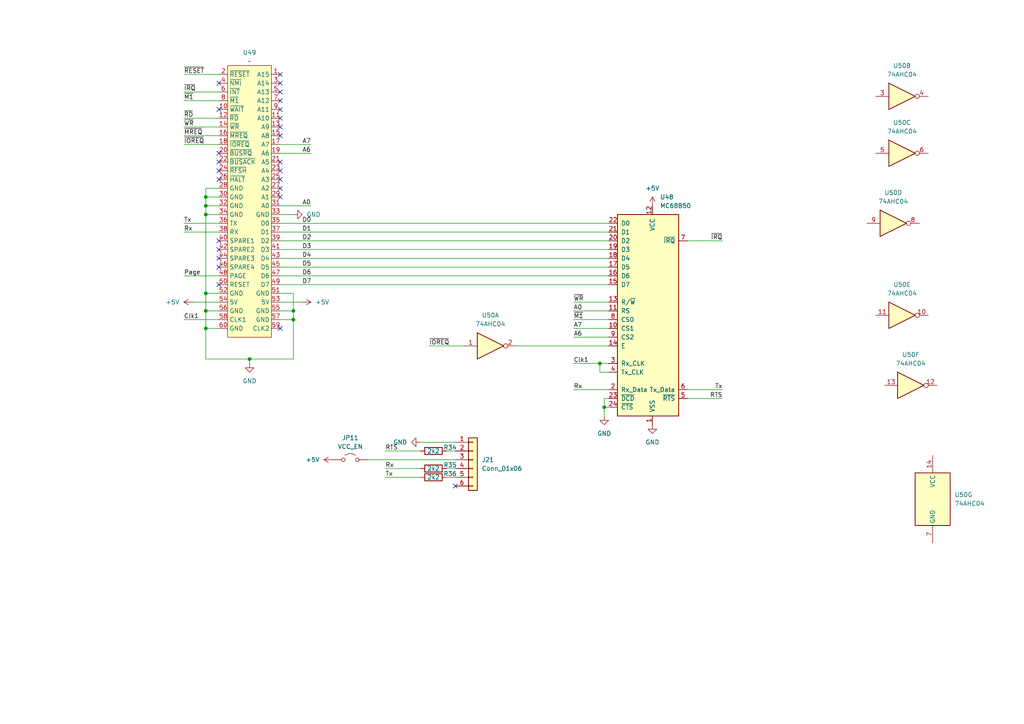
<source format=kicad_sch>
(kicad_sch
	(version 20231120)
	(generator "eeschema")
	(generator_version "8.0")
	(uuid "d16dc156-a1e3-40c5-9e28-b8df6c11eaed")
	(paper "A4")
	(lib_symbols
		(symbol "74xx:74AHC04"
			(exclude_from_sim no)
			(in_bom yes)
			(on_board yes)
			(property "Reference" "U"
				(at 0 1.27 0)
				(effects
					(font
						(size 1.27 1.27)
					)
				)
			)
			(property "Value" "74AHC04"
				(at 0 -1.27 0)
				(effects
					(font
						(size 1.27 1.27)
					)
				)
			)
			(property "Footprint" ""
				(at 0 0 0)
				(effects
					(font
						(size 1.27 1.27)
					)
					(hide yes)
				)
			)
			(property "Datasheet" "https://assets.nexperia.com/documents/data-sheet/74AHC_AHCT04.pdf"
				(at 0 0 0)
				(effects
					(font
						(size 1.27 1.27)
					)
					(hide yes)
				)
			)
			(property "Description" "Hex Inverter"
				(at 0 0 0)
				(effects
					(font
						(size 1.27 1.27)
					)
					(hide yes)
				)
			)
			(property "ki_locked" ""
				(at 0 0 0)
				(effects
					(font
						(size 1.27 1.27)
					)
				)
			)
			(property "ki_keywords" "AHCMOS not inv"
				(at 0 0 0)
				(effects
					(font
						(size 1.27 1.27)
					)
					(hide yes)
				)
			)
			(property "ki_fp_filters" "DIP*W7.62mm* SSOP?14* TSSOP?14*"
				(at 0 0 0)
				(effects
					(font
						(size 1.27 1.27)
					)
					(hide yes)
				)
			)
			(symbol "74AHC04_1_0"
				(polyline
					(pts
						(xy -3.81 3.81) (xy -3.81 -3.81) (xy 3.81 0) (xy -3.81 3.81)
					)
					(stroke
						(width 0.254)
						(type default)
					)
					(fill
						(type background)
					)
				)
				(pin input line
					(at -7.62 0 0)
					(length 3.81)
					(name "~"
						(effects
							(font
								(size 1.27 1.27)
							)
						)
					)
					(number "1"
						(effects
							(font
								(size 1.27 1.27)
							)
						)
					)
				)
				(pin output inverted
					(at 7.62 0 180)
					(length 3.81)
					(name "~"
						(effects
							(font
								(size 1.27 1.27)
							)
						)
					)
					(number "2"
						(effects
							(font
								(size 1.27 1.27)
							)
						)
					)
				)
			)
			(symbol "74AHC04_2_0"
				(polyline
					(pts
						(xy -3.81 3.81) (xy -3.81 -3.81) (xy 3.81 0) (xy -3.81 3.81)
					)
					(stroke
						(width 0.254)
						(type default)
					)
					(fill
						(type background)
					)
				)
				(pin input line
					(at -7.62 0 0)
					(length 3.81)
					(name "~"
						(effects
							(font
								(size 1.27 1.27)
							)
						)
					)
					(number "3"
						(effects
							(font
								(size 1.27 1.27)
							)
						)
					)
				)
				(pin output inverted
					(at 7.62 0 180)
					(length 3.81)
					(name "~"
						(effects
							(font
								(size 1.27 1.27)
							)
						)
					)
					(number "4"
						(effects
							(font
								(size 1.27 1.27)
							)
						)
					)
				)
			)
			(symbol "74AHC04_3_0"
				(polyline
					(pts
						(xy -3.81 3.81) (xy -3.81 -3.81) (xy 3.81 0) (xy -3.81 3.81)
					)
					(stroke
						(width 0.254)
						(type default)
					)
					(fill
						(type background)
					)
				)
				(pin input line
					(at -7.62 0 0)
					(length 3.81)
					(name "~"
						(effects
							(font
								(size 1.27 1.27)
							)
						)
					)
					(number "5"
						(effects
							(font
								(size 1.27 1.27)
							)
						)
					)
				)
				(pin output inverted
					(at 7.62 0 180)
					(length 3.81)
					(name "~"
						(effects
							(font
								(size 1.27 1.27)
							)
						)
					)
					(number "6"
						(effects
							(font
								(size 1.27 1.27)
							)
						)
					)
				)
			)
			(symbol "74AHC04_4_0"
				(polyline
					(pts
						(xy -3.81 3.81) (xy -3.81 -3.81) (xy 3.81 0) (xy -3.81 3.81)
					)
					(stroke
						(width 0.254)
						(type default)
					)
					(fill
						(type background)
					)
				)
				(pin output inverted
					(at 7.62 0 180)
					(length 3.81)
					(name "~"
						(effects
							(font
								(size 1.27 1.27)
							)
						)
					)
					(number "8"
						(effects
							(font
								(size 1.27 1.27)
							)
						)
					)
				)
				(pin input line
					(at -7.62 0 0)
					(length 3.81)
					(name "~"
						(effects
							(font
								(size 1.27 1.27)
							)
						)
					)
					(number "9"
						(effects
							(font
								(size 1.27 1.27)
							)
						)
					)
				)
			)
			(symbol "74AHC04_5_0"
				(polyline
					(pts
						(xy -3.81 3.81) (xy -3.81 -3.81) (xy 3.81 0) (xy -3.81 3.81)
					)
					(stroke
						(width 0.254)
						(type default)
					)
					(fill
						(type background)
					)
				)
				(pin output inverted
					(at 7.62 0 180)
					(length 3.81)
					(name "~"
						(effects
							(font
								(size 1.27 1.27)
							)
						)
					)
					(number "10"
						(effects
							(font
								(size 1.27 1.27)
							)
						)
					)
				)
				(pin input line
					(at -7.62 0 0)
					(length 3.81)
					(name "~"
						(effects
							(font
								(size 1.27 1.27)
							)
						)
					)
					(number "11"
						(effects
							(font
								(size 1.27 1.27)
							)
						)
					)
				)
			)
			(symbol "74AHC04_6_0"
				(polyline
					(pts
						(xy -3.81 3.81) (xy -3.81 -3.81) (xy 3.81 0) (xy -3.81 3.81)
					)
					(stroke
						(width 0.254)
						(type default)
					)
					(fill
						(type background)
					)
				)
				(pin output inverted
					(at 7.62 0 180)
					(length 3.81)
					(name "~"
						(effects
							(font
								(size 1.27 1.27)
							)
						)
					)
					(number "12"
						(effects
							(font
								(size 1.27 1.27)
							)
						)
					)
				)
				(pin input line
					(at -7.62 0 0)
					(length 3.81)
					(name "~"
						(effects
							(font
								(size 1.27 1.27)
							)
						)
					)
					(number "13"
						(effects
							(font
								(size 1.27 1.27)
							)
						)
					)
				)
			)
			(symbol "74AHC04_7_0"
				(pin power_in line
					(at 0 12.7 270)
					(length 5.08)
					(name "VCC"
						(effects
							(font
								(size 1.27 1.27)
							)
						)
					)
					(number "14"
						(effects
							(font
								(size 1.27 1.27)
							)
						)
					)
				)
				(pin power_in line
					(at 0 -12.7 90)
					(length 5.08)
					(name "GND"
						(effects
							(font
								(size 1.27 1.27)
							)
						)
					)
					(number "7"
						(effects
							(font
								(size 1.27 1.27)
							)
						)
					)
				)
			)
			(symbol "74AHC04_7_1"
				(rectangle
					(start -5.08 7.62)
					(end 5.08 -7.62)
					(stroke
						(width 0.254)
						(type default)
					)
					(fill
						(type background)
					)
				)
			)
		)
		(symbol "Connector_Generic:Conn_01x06"
			(pin_names
				(offset 1.016) hide)
			(exclude_from_sim no)
			(in_bom yes)
			(on_board yes)
			(property "Reference" "J"
				(at 0 7.62 0)
				(effects
					(font
						(size 1.27 1.27)
					)
				)
			)
			(property "Value" "Conn_01x06"
				(at 0 -10.16 0)
				(effects
					(font
						(size 1.27 1.27)
					)
				)
			)
			(property "Footprint" ""
				(at 0 0 0)
				(effects
					(font
						(size 1.27 1.27)
					)
					(hide yes)
				)
			)
			(property "Datasheet" "~"
				(at 0 0 0)
				(effects
					(font
						(size 1.27 1.27)
					)
					(hide yes)
				)
			)
			(property "Description" "Generic connector, single row, 01x06, script generated (kicad-library-utils/schlib/autogen/connector/)"
				(at 0 0 0)
				(effects
					(font
						(size 1.27 1.27)
					)
					(hide yes)
				)
			)
			(property "ki_keywords" "connector"
				(at 0 0 0)
				(effects
					(font
						(size 1.27 1.27)
					)
					(hide yes)
				)
			)
			(property "ki_fp_filters" "Connector*:*_1x??_*"
				(at 0 0 0)
				(effects
					(font
						(size 1.27 1.27)
					)
					(hide yes)
				)
			)
			(symbol "Conn_01x06_1_1"
				(rectangle
					(start -1.27 -7.493)
					(end 0 -7.747)
					(stroke
						(width 0.1524)
						(type default)
					)
					(fill
						(type none)
					)
				)
				(rectangle
					(start -1.27 -4.953)
					(end 0 -5.207)
					(stroke
						(width 0.1524)
						(type default)
					)
					(fill
						(type none)
					)
				)
				(rectangle
					(start -1.27 -2.413)
					(end 0 -2.667)
					(stroke
						(width 0.1524)
						(type default)
					)
					(fill
						(type none)
					)
				)
				(rectangle
					(start -1.27 0.127)
					(end 0 -0.127)
					(stroke
						(width 0.1524)
						(type default)
					)
					(fill
						(type none)
					)
				)
				(rectangle
					(start -1.27 2.667)
					(end 0 2.413)
					(stroke
						(width 0.1524)
						(type default)
					)
					(fill
						(type none)
					)
				)
				(rectangle
					(start -1.27 5.207)
					(end 0 4.953)
					(stroke
						(width 0.1524)
						(type default)
					)
					(fill
						(type none)
					)
				)
				(rectangle
					(start -1.27 6.35)
					(end 1.27 -8.89)
					(stroke
						(width 0.254)
						(type default)
					)
					(fill
						(type background)
					)
				)
				(pin passive line
					(at -5.08 5.08 0)
					(length 3.81)
					(name "Pin_1"
						(effects
							(font
								(size 1.27 1.27)
							)
						)
					)
					(number "1"
						(effects
							(font
								(size 1.27 1.27)
							)
						)
					)
				)
				(pin passive line
					(at -5.08 2.54 0)
					(length 3.81)
					(name "Pin_2"
						(effects
							(font
								(size 1.27 1.27)
							)
						)
					)
					(number "2"
						(effects
							(font
								(size 1.27 1.27)
							)
						)
					)
				)
				(pin passive line
					(at -5.08 0 0)
					(length 3.81)
					(name "Pin_3"
						(effects
							(font
								(size 1.27 1.27)
							)
						)
					)
					(number "3"
						(effects
							(font
								(size 1.27 1.27)
							)
						)
					)
				)
				(pin passive line
					(at -5.08 -2.54 0)
					(length 3.81)
					(name "Pin_4"
						(effects
							(font
								(size 1.27 1.27)
							)
						)
					)
					(number "4"
						(effects
							(font
								(size 1.27 1.27)
							)
						)
					)
				)
				(pin passive line
					(at -5.08 -5.08 0)
					(length 3.81)
					(name "Pin_5"
						(effects
							(font
								(size 1.27 1.27)
							)
						)
					)
					(number "5"
						(effects
							(font
								(size 1.27 1.27)
							)
						)
					)
				)
				(pin passive line
					(at -5.08 -7.62 0)
					(length 3.81)
					(name "Pin_6"
						(effects
							(font
								(size 1.27 1.27)
							)
						)
					)
					(number "6"
						(effects
							(font
								(size 1.27 1.27)
							)
						)
					)
				)
			)
		)
		(symbol "Device:R"
			(pin_numbers hide)
			(pin_names
				(offset 0)
			)
			(exclude_from_sim no)
			(in_bom yes)
			(on_board yes)
			(property "Reference" "R"
				(at 2.032 0 90)
				(effects
					(font
						(size 1.27 1.27)
					)
				)
			)
			(property "Value" "R"
				(at 0 0 90)
				(effects
					(font
						(size 1.27 1.27)
					)
				)
			)
			(property "Footprint" ""
				(at -1.778 0 90)
				(effects
					(font
						(size 1.27 1.27)
					)
					(hide yes)
				)
			)
			(property "Datasheet" "~"
				(at 0 0 0)
				(effects
					(font
						(size 1.27 1.27)
					)
					(hide yes)
				)
			)
			(property "Description" "Resistor"
				(at 0 0 0)
				(effects
					(font
						(size 1.27 1.27)
					)
					(hide yes)
				)
			)
			(property "ki_keywords" "R res resistor"
				(at 0 0 0)
				(effects
					(font
						(size 1.27 1.27)
					)
					(hide yes)
				)
			)
			(property "ki_fp_filters" "R_*"
				(at 0 0 0)
				(effects
					(font
						(size 1.27 1.27)
					)
					(hide yes)
				)
			)
			(symbol "R_0_1"
				(rectangle
					(start -1.016 -2.54)
					(end 1.016 2.54)
					(stroke
						(width 0.254)
						(type default)
					)
					(fill
						(type none)
					)
				)
			)
			(symbol "R_1_1"
				(pin passive line
					(at 0 3.81 270)
					(length 1.27)
					(name "~"
						(effects
							(font
								(size 1.27 1.27)
							)
						)
					)
					(number "1"
						(effects
							(font
								(size 1.27 1.27)
							)
						)
					)
				)
				(pin passive line
					(at 0 -3.81 90)
					(length 1.27)
					(name "~"
						(effects
							(font
								(size 1.27 1.27)
							)
						)
					)
					(number "2"
						(effects
							(font
								(size 1.27 1.27)
							)
						)
					)
				)
			)
		)
		(symbol "Interface_UART:MC68B50"
			(pin_names
				(offset 1.016)
			)
			(exclude_from_sim no)
			(in_bom yes)
			(on_board yes)
			(property "Reference" "U"
				(at -7.366 31.75 0)
				(effects
					(font
						(size 1.27 1.27)
					)
					(justify right)
				)
			)
			(property "Value" "MC68B50"
				(at 10.414 31.75 0)
				(effects
					(font
						(size 1.27 1.27)
					)
					(justify right)
				)
			)
			(property "Footprint" "Package_DIP:DIP-24_W15.24mm"
				(at 1.27 -29.21 0)
				(effects
					(font
						(size 1.27 1.27)
					)
					(justify left)
					(hide yes)
				)
			)
			(property "Datasheet" "http://pdf.datasheetcatalog.com/datasheet/motorola/MC6850.pdf"
				(at 0 0 0)
				(effects
					(font
						(size 1.27 1.27)
					)
					(hide yes)
				)
			)
			(property "Description" "Asynchronous Communications Interface Adapter 2MHz, DIP-40"
				(at 0 0 0)
				(effects
					(font
						(size 1.27 1.27)
					)
					(hide yes)
				)
			)
			(property "ki_keywords" "ACIA"
				(at 0 0 0)
				(effects
					(font
						(size 1.27 1.27)
					)
					(hide yes)
				)
			)
			(property "ki_fp_filters" "DIP*W15.24mm*"
				(at 0 0 0)
				(effects
					(font
						(size 1.27 1.27)
					)
					(hide yes)
				)
			)
			(symbol "MC68B50_1_1"
				(rectangle
					(start -10.16 -27.94)
					(end 7.62 30.48)
					(stroke
						(width 0.254)
						(type default)
					)
					(fill
						(type background)
					)
				)
				(pin power_in line
					(at 0 -30.48 90)
					(length 2.54)
					(name "VSS"
						(effects
							(font
								(size 1.27 1.27)
							)
						)
					)
					(number "1"
						(effects
							(font
								(size 1.27 1.27)
							)
						)
					)
				)
				(pin input line
					(at -12.7 -2.54 0)
					(length 2.54)
					(name "CS1"
						(effects
							(font
								(size 1.27 1.27)
							)
						)
					)
					(number "10"
						(effects
							(font
								(size 1.27 1.27)
							)
						)
					)
				)
				(pin input line
					(at -12.7 2.54 0)
					(length 2.54)
					(name "RS"
						(effects
							(font
								(size 1.27 1.27)
							)
						)
					)
					(number "11"
						(effects
							(font
								(size 1.27 1.27)
							)
						)
					)
				)
				(pin power_in line
					(at 0 33.02 270)
					(length 2.54)
					(name "VCC"
						(effects
							(font
								(size 1.27 1.27)
							)
						)
					)
					(number "12"
						(effects
							(font
								(size 1.27 1.27)
							)
						)
					)
				)
				(pin input line
					(at -12.7 5.08 0)
					(length 2.54)
					(name "R/~{W}"
						(effects
							(font
								(size 1.27 1.27)
							)
						)
					)
					(number "13"
						(effects
							(font
								(size 1.27 1.27)
							)
						)
					)
				)
				(pin input line
					(at -12.7 -7.62 0)
					(length 2.54)
					(name "E"
						(effects
							(font
								(size 1.27 1.27)
							)
						)
					)
					(number "14"
						(effects
							(font
								(size 1.27 1.27)
							)
						)
					)
				)
				(pin bidirectional line
					(at -12.7 10.16 0)
					(length 2.54)
					(name "D7"
						(effects
							(font
								(size 1.27 1.27)
							)
						)
					)
					(number "15"
						(effects
							(font
								(size 1.27 1.27)
							)
						)
					)
				)
				(pin bidirectional line
					(at -12.7 12.7 0)
					(length 2.54)
					(name "D6"
						(effects
							(font
								(size 1.27 1.27)
							)
						)
					)
					(number "16"
						(effects
							(font
								(size 1.27 1.27)
							)
						)
					)
				)
				(pin bidirectional line
					(at -12.7 15.24 0)
					(length 2.54)
					(name "D5"
						(effects
							(font
								(size 1.27 1.27)
							)
						)
					)
					(number "17"
						(effects
							(font
								(size 1.27 1.27)
							)
						)
					)
				)
				(pin bidirectional line
					(at -12.7 17.78 0)
					(length 2.54)
					(name "D4"
						(effects
							(font
								(size 1.27 1.27)
							)
						)
					)
					(number "18"
						(effects
							(font
								(size 1.27 1.27)
							)
						)
					)
				)
				(pin bidirectional line
					(at -12.7 20.32 0)
					(length 2.54)
					(name "D3"
						(effects
							(font
								(size 1.27 1.27)
							)
						)
					)
					(number "19"
						(effects
							(font
								(size 1.27 1.27)
							)
						)
					)
				)
				(pin input line
					(at -12.7 -20.32 0)
					(length 2.54)
					(name "Rx_Data"
						(effects
							(font
								(size 1.27 1.27)
							)
						)
					)
					(number "2"
						(effects
							(font
								(size 1.27 1.27)
							)
						)
					)
				)
				(pin bidirectional line
					(at -12.7 22.86 0)
					(length 2.54)
					(name "D2"
						(effects
							(font
								(size 1.27 1.27)
							)
						)
					)
					(number "20"
						(effects
							(font
								(size 1.27 1.27)
							)
						)
					)
				)
				(pin bidirectional line
					(at -12.7 25.4 0)
					(length 2.54)
					(name "D1"
						(effects
							(font
								(size 1.27 1.27)
							)
						)
					)
					(number "21"
						(effects
							(font
								(size 1.27 1.27)
							)
						)
					)
				)
				(pin bidirectional line
					(at -12.7 27.94 0)
					(length 2.54)
					(name "D0"
						(effects
							(font
								(size 1.27 1.27)
							)
						)
					)
					(number "22"
						(effects
							(font
								(size 1.27 1.27)
							)
						)
					)
				)
				(pin input line
					(at -12.7 -22.86 0)
					(length 2.54)
					(name "~{DCD}"
						(effects
							(font
								(size 1.27 1.27)
							)
						)
					)
					(number "23"
						(effects
							(font
								(size 1.27 1.27)
							)
						)
					)
				)
				(pin input line
					(at -12.7 -25.4 0)
					(length 2.54)
					(name "~{CTS}"
						(effects
							(font
								(size 1.27 1.27)
							)
						)
					)
					(number "24"
						(effects
							(font
								(size 1.27 1.27)
							)
						)
					)
				)
				(pin input line
					(at -12.7 -12.7 0)
					(length 2.54)
					(name "Rx_CLK"
						(effects
							(font
								(size 1.27 1.27)
							)
						)
					)
					(number "3"
						(effects
							(font
								(size 1.27 1.27)
							)
						)
					)
				)
				(pin input line
					(at -12.7 -15.24 0)
					(length 2.54)
					(name "Tx_CLK"
						(effects
							(font
								(size 1.27 1.27)
							)
						)
					)
					(number "4"
						(effects
							(font
								(size 1.27 1.27)
							)
						)
					)
				)
				(pin output line
					(at 10.16 -22.86 180)
					(length 2.54)
					(name "~{RTS}"
						(effects
							(font
								(size 1.27 1.27)
							)
						)
					)
					(number "5"
						(effects
							(font
								(size 1.27 1.27)
							)
						)
					)
				)
				(pin output line
					(at 10.16 -20.32 180)
					(length 2.54)
					(name "Tx_Data"
						(effects
							(font
								(size 1.27 1.27)
							)
						)
					)
					(number "6"
						(effects
							(font
								(size 1.27 1.27)
							)
						)
					)
				)
				(pin output line
					(at 10.16 22.86 180)
					(length 2.54)
					(name "~{IRQ}"
						(effects
							(font
								(size 1.27 1.27)
							)
						)
					)
					(number "7"
						(effects
							(font
								(size 1.27 1.27)
							)
						)
					)
				)
				(pin input line
					(at -12.7 0 0)
					(length 2.54)
					(name "CS0"
						(effects
							(font
								(size 1.27 1.27)
							)
						)
					)
					(number "8"
						(effects
							(font
								(size 1.27 1.27)
							)
						)
					)
				)
				(pin input line
					(at -12.7 -5.08 0)
					(length 2.54)
					(name "CS2"
						(effects
							(font
								(size 1.27 1.27)
							)
						)
					)
					(number "9"
						(effects
							(font
								(size 1.27 1.27)
							)
						)
					)
				)
			)
		)
		(symbol "Jumper:Jumper_2_Open"
			(pin_numbers hide)
			(pin_names
				(offset 0) hide)
			(exclude_from_sim yes)
			(in_bom yes)
			(on_board yes)
			(property "Reference" "JP"
				(at 0 2.794 0)
				(effects
					(font
						(size 1.27 1.27)
					)
				)
			)
			(property "Value" "Jumper_2_Open"
				(at 0 -2.286 0)
				(effects
					(font
						(size 1.27 1.27)
					)
				)
			)
			(property "Footprint" ""
				(at 0 0 0)
				(effects
					(font
						(size 1.27 1.27)
					)
					(hide yes)
				)
			)
			(property "Datasheet" "~"
				(at 0 0 0)
				(effects
					(font
						(size 1.27 1.27)
					)
					(hide yes)
				)
			)
			(property "Description" "Jumper, 2-pole, open"
				(at 0 0 0)
				(effects
					(font
						(size 1.27 1.27)
					)
					(hide yes)
				)
			)
			(property "ki_keywords" "Jumper SPST"
				(at 0 0 0)
				(effects
					(font
						(size 1.27 1.27)
					)
					(hide yes)
				)
			)
			(property "ki_fp_filters" "Jumper* TestPoint*2Pads* TestPoint*Bridge*"
				(at 0 0 0)
				(effects
					(font
						(size 1.27 1.27)
					)
					(hide yes)
				)
			)
			(symbol "Jumper_2_Open_0_0"
				(circle
					(center -2.032 0)
					(radius 0.508)
					(stroke
						(width 0)
						(type default)
					)
					(fill
						(type none)
					)
				)
				(circle
					(center 2.032 0)
					(radius 0.508)
					(stroke
						(width 0)
						(type default)
					)
					(fill
						(type none)
					)
				)
			)
			(symbol "Jumper_2_Open_0_1"
				(arc
					(start 1.524 1.27)
					(mid 0 1.778)
					(end -1.524 1.27)
					(stroke
						(width 0)
						(type default)
					)
					(fill
						(type none)
					)
				)
			)
			(symbol "Jumper_2_Open_1_1"
				(pin passive line
					(at -5.08 0 0)
					(length 2.54)
					(name "A"
						(effects
							(font
								(size 1.27 1.27)
							)
						)
					)
					(number "1"
						(effects
							(font
								(size 1.27 1.27)
							)
						)
					)
				)
				(pin passive line
					(at 5.08 0 180)
					(length 2.54)
					(name "B"
						(effects
							(font
								(size 1.27 1.27)
							)
						)
					)
					(number "2"
						(effects
							(font
								(size 1.27 1.27)
							)
						)
					)
				)
			)
		)
		(symbol "power:+5V"
			(power)
			(pin_numbers hide)
			(pin_names
				(offset 0) hide)
			(exclude_from_sim no)
			(in_bom yes)
			(on_board yes)
			(property "Reference" "#PWR"
				(at 0 -3.81 0)
				(effects
					(font
						(size 1.27 1.27)
					)
					(hide yes)
				)
			)
			(property "Value" "+5V"
				(at 0 3.556 0)
				(effects
					(font
						(size 1.27 1.27)
					)
				)
			)
			(property "Footprint" ""
				(at 0 0 0)
				(effects
					(font
						(size 1.27 1.27)
					)
					(hide yes)
				)
			)
			(property "Datasheet" ""
				(at 0 0 0)
				(effects
					(font
						(size 1.27 1.27)
					)
					(hide yes)
				)
			)
			(property "Description" "Power symbol creates a global label with name \"+5V\""
				(at 0 0 0)
				(effects
					(font
						(size 1.27 1.27)
					)
					(hide yes)
				)
			)
			(property "ki_keywords" "global power"
				(at 0 0 0)
				(effects
					(font
						(size 1.27 1.27)
					)
					(hide yes)
				)
			)
			(symbol "+5V_0_1"
				(polyline
					(pts
						(xy -0.762 1.27) (xy 0 2.54)
					)
					(stroke
						(width 0)
						(type default)
					)
					(fill
						(type none)
					)
				)
				(polyline
					(pts
						(xy 0 0) (xy 0 2.54)
					)
					(stroke
						(width 0)
						(type default)
					)
					(fill
						(type none)
					)
				)
				(polyline
					(pts
						(xy 0 2.54) (xy 0.762 1.27)
					)
					(stroke
						(width 0)
						(type default)
					)
					(fill
						(type none)
					)
				)
			)
			(symbol "+5V_1_1"
				(pin power_in line
					(at 0 0 90)
					(length 0)
					(name "~"
						(effects
							(font
								(size 1.27 1.27)
							)
						)
					)
					(number "1"
						(effects
							(font
								(size 1.27 1.27)
							)
						)
					)
				)
			)
		)
		(symbol "power:GND"
			(power)
			(pin_numbers hide)
			(pin_names
				(offset 0) hide)
			(exclude_from_sim no)
			(in_bom yes)
			(on_board yes)
			(property "Reference" "#PWR"
				(at 0 -6.35 0)
				(effects
					(font
						(size 1.27 1.27)
					)
					(hide yes)
				)
			)
			(property "Value" "GND"
				(at 0 -3.81 0)
				(effects
					(font
						(size 1.27 1.27)
					)
				)
			)
			(property "Footprint" ""
				(at 0 0 0)
				(effects
					(font
						(size 1.27 1.27)
					)
					(hide yes)
				)
			)
			(property "Datasheet" ""
				(at 0 0 0)
				(effects
					(font
						(size 1.27 1.27)
					)
					(hide yes)
				)
			)
			(property "Description" "Power symbol creates a global label with name \"GND\" , ground"
				(at 0 0 0)
				(effects
					(font
						(size 1.27 1.27)
					)
					(hide yes)
				)
			)
			(property "ki_keywords" "global power"
				(at 0 0 0)
				(effects
					(font
						(size 1.27 1.27)
					)
					(hide yes)
				)
			)
			(symbol "GND_0_1"
				(polyline
					(pts
						(xy 0 0) (xy 0 -1.27) (xy 1.27 -1.27) (xy 0 -2.54) (xy -1.27 -1.27) (xy 0 -1.27)
					)
					(stroke
						(width 0)
						(type default)
					)
					(fill
						(type none)
					)
				)
			)
			(symbol "GND_1_1"
				(pin power_in line
					(at 0 0 270)
					(length 0)
					(name "~"
						(effects
							(font
								(size 1.27 1.27)
							)
						)
					)
					(number "1"
						(effects
							(font
								(size 1.27 1.27)
							)
						)
					)
				)
			)
		)
		(symbol "rc2014:Busconnector"
			(exclude_from_sim no)
			(in_bom yes)
			(on_board yes)
			(property "Reference" "U"
				(at 0 48.514 0)
				(effects
					(font
						(size 1.27 1.27)
					)
				)
			)
			(property "Value" ""
				(at 0 0 0)
				(effects
					(font
						(size 1.27 1.27)
					)
				)
			)
			(property "Footprint" ""
				(at 0 0 0)
				(effects
					(font
						(size 1.27 1.27)
					)
					(hide yes)
				)
			)
			(property "Datasheet" ""
				(at 0 0 0)
				(effects
					(font
						(size 1.27 1.27)
					)
					(hide yes)
				)
			)
			(property "Description" ""
				(at 0 0 0)
				(effects
					(font
						(size 1.27 1.27)
					)
					(hide yes)
				)
			)
			(symbol "Busconnector_1_1"
				(rectangle
					(start -6.35 46.99)
					(end 6.35 -31.75)
					(stroke
						(width 0)
						(type default)
					)
					(fill
						(type background)
					)
				)
				(pin bidirectional line
					(at -8.89 44.45 0)
					(length 2.54)
					(name "A15"
						(effects
							(font
								(size 1.27 1.27)
							)
						)
					)
					(number "1"
						(effects
							(font
								(size 1.27 1.27)
							)
						)
					)
				)
				(pin bidirectional line
					(at 8.89 34.29 180)
					(length 2.54)
					(name "~{WAIT}"
						(effects
							(font
								(size 1.27 1.27)
							)
						)
					)
					(number "10"
						(effects
							(font
								(size 1.27 1.27)
							)
						)
					)
				)
				(pin bidirectional line
					(at -8.89 31.75 0)
					(length 2.54)
					(name "A10"
						(effects
							(font
								(size 1.27 1.27)
							)
						)
					)
					(number "11"
						(effects
							(font
								(size 1.27 1.27)
							)
						)
					)
				)
				(pin bidirectional line
					(at 8.89 31.75 180)
					(length 2.54)
					(name "~{RD}"
						(effects
							(font
								(size 1.27 1.27)
							)
						)
					)
					(number "12"
						(effects
							(font
								(size 1.27 1.27)
							)
						)
					)
				)
				(pin bidirectional line
					(at -8.89 29.21 0)
					(length 2.54)
					(name "A9"
						(effects
							(font
								(size 1.27 1.27)
							)
						)
					)
					(number "13"
						(effects
							(font
								(size 1.27 1.27)
							)
						)
					)
				)
				(pin bidirectional line
					(at 8.89 29.21 180)
					(length 2.54)
					(name "~{WR}"
						(effects
							(font
								(size 1.27 1.27)
							)
						)
					)
					(number "14"
						(effects
							(font
								(size 1.27 1.27)
							)
						)
					)
				)
				(pin bidirectional line
					(at -8.89 26.67 0)
					(length 2.54)
					(name "A8"
						(effects
							(font
								(size 1.27 1.27)
							)
						)
					)
					(number "15"
						(effects
							(font
								(size 1.27 1.27)
							)
						)
					)
				)
				(pin bidirectional line
					(at 8.89 26.67 180)
					(length 2.54)
					(name "~{MREQ}"
						(effects
							(font
								(size 1.27 1.27)
							)
						)
					)
					(number "16"
						(effects
							(font
								(size 1.27 1.27)
							)
						)
					)
				)
				(pin bidirectional line
					(at -8.89 24.13 0)
					(length 2.54)
					(name "A7"
						(effects
							(font
								(size 1.27 1.27)
							)
						)
					)
					(number "17"
						(effects
							(font
								(size 1.27 1.27)
							)
						)
					)
				)
				(pin bidirectional line
					(at 8.89 24.13 180)
					(length 2.54)
					(name "~{IOREQ}"
						(effects
							(font
								(size 1.27 1.27)
							)
						)
					)
					(number "18"
						(effects
							(font
								(size 1.27 1.27)
							)
						)
					)
				)
				(pin bidirectional line
					(at -8.89 21.59 0)
					(length 2.54)
					(name "A6"
						(effects
							(font
								(size 1.27 1.27)
							)
						)
					)
					(number "19"
						(effects
							(font
								(size 1.27 1.27)
							)
						)
					)
				)
				(pin bidirectional line
					(at 8.89 44.45 180)
					(length 2.54)
					(name "~{RESET}"
						(effects
							(font
								(size 1.27 1.27)
							)
						)
					)
					(number "2"
						(effects
							(font
								(size 1.27 1.27)
							)
						)
					)
				)
				(pin bidirectional line
					(at 8.89 21.59 180)
					(length 2.54)
					(name "~{BUSRQ}"
						(effects
							(font
								(size 1.27 1.27)
							)
						)
					)
					(number "20"
						(effects
							(font
								(size 1.27 1.27)
							)
						)
					)
				)
				(pin bidirectional line
					(at -8.89 19.05 0)
					(length 2.54)
					(name "A5"
						(effects
							(font
								(size 1.27 1.27)
							)
						)
					)
					(number "21"
						(effects
							(font
								(size 1.27 1.27)
							)
						)
					)
				)
				(pin bidirectional line
					(at 8.89 19.05 180)
					(length 2.54)
					(name "~{BUSACK}"
						(effects
							(font
								(size 1.27 1.27)
							)
						)
					)
					(number "22"
						(effects
							(font
								(size 1.27 1.27)
							)
						)
					)
				)
				(pin bidirectional line
					(at -8.89 16.51 0)
					(length 2.54)
					(name "A4"
						(effects
							(font
								(size 1.27 1.27)
							)
						)
					)
					(number "23"
						(effects
							(font
								(size 1.27 1.27)
							)
						)
					)
				)
				(pin bidirectional line
					(at 8.89 16.51 180)
					(length 2.54)
					(name "~{RFSH}"
						(effects
							(font
								(size 1.27 1.27)
							)
						)
					)
					(number "24"
						(effects
							(font
								(size 1.27 1.27)
							)
						)
					)
				)
				(pin bidirectional line
					(at -8.89 13.97 0)
					(length 2.54)
					(name "A3"
						(effects
							(font
								(size 1.27 1.27)
							)
						)
					)
					(number "25"
						(effects
							(font
								(size 1.27 1.27)
							)
						)
					)
				)
				(pin bidirectional line
					(at 8.89 13.97 180)
					(length 2.54)
					(name "~{HALT}"
						(effects
							(font
								(size 1.27 1.27)
							)
						)
					)
					(number "26"
						(effects
							(font
								(size 1.27 1.27)
							)
						)
					)
				)
				(pin bidirectional line
					(at -8.89 11.43 0)
					(length 2.54)
					(name "A2"
						(effects
							(font
								(size 1.27 1.27)
							)
						)
					)
					(number "27"
						(effects
							(font
								(size 1.27 1.27)
							)
						)
					)
				)
				(pin power_in line
					(at 8.89 11.43 180)
					(length 2.54)
					(name "GND"
						(effects
							(font
								(size 1.27 1.27)
							)
						)
					)
					(number "28"
						(effects
							(font
								(size 1.27 1.27)
							)
						)
					)
				)
				(pin bidirectional line
					(at -8.89 8.89 0)
					(length 2.54)
					(name "A1"
						(effects
							(font
								(size 1.27 1.27)
							)
						)
					)
					(number "29"
						(effects
							(font
								(size 1.27 1.27)
							)
						)
					)
				)
				(pin bidirectional line
					(at -8.89 41.91 0)
					(length 2.54)
					(name "A14"
						(effects
							(font
								(size 1.27 1.27)
							)
						)
					)
					(number "3"
						(effects
							(font
								(size 1.27 1.27)
							)
						)
					)
				)
				(pin power_in line
					(at 8.89 8.89 180)
					(length 2.54)
					(name "GND"
						(effects
							(font
								(size 1.27 1.27)
							)
						)
					)
					(number "30"
						(effects
							(font
								(size 1.27 1.27)
							)
						)
					)
				)
				(pin bidirectional line
					(at -8.89 6.35 0)
					(length 2.54)
					(name "A0"
						(effects
							(font
								(size 1.27 1.27)
							)
						)
					)
					(number "31"
						(effects
							(font
								(size 1.27 1.27)
							)
						)
					)
				)
				(pin power_in line
					(at 8.89 6.35 180)
					(length 2.54)
					(name "GND"
						(effects
							(font
								(size 1.27 1.27)
							)
						)
					)
					(number "32"
						(effects
							(font
								(size 1.27 1.27)
							)
						)
					)
				)
				(pin power_in line
					(at -8.89 3.81 0)
					(length 2.54)
					(name "GND"
						(effects
							(font
								(size 1.27 1.27)
							)
						)
					)
					(number "33"
						(effects
							(font
								(size 1.27 1.27)
							)
						)
					)
				)
				(pin power_in line
					(at 8.89 3.81 180)
					(length 2.54)
					(name "GND"
						(effects
							(font
								(size 1.27 1.27)
							)
						)
					)
					(number "34"
						(effects
							(font
								(size 1.27 1.27)
							)
						)
					)
				)
				(pin bidirectional line
					(at -8.89 1.27 0)
					(length 2.54)
					(name "D0"
						(effects
							(font
								(size 1.27 1.27)
							)
						)
					)
					(number "35"
						(effects
							(font
								(size 1.27 1.27)
							)
						)
					)
				)
				(pin bidirectional line
					(at 8.89 1.27 180)
					(length 2.54)
					(name "TX"
						(effects
							(font
								(size 1.27 1.27)
							)
						)
					)
					(number "36"
						(effects
							(font
								(size 1.27 1.27)
							)
						)
					)
				)
				(pin bidirectional line
					(at -8.89 -1.27 0)
					(length 2.54)
					(name "D1"
						(effects
							(font
								(size 1.27 1.27)
							)
						)
					)
					(number "37"
						(effects
							(font
								(size 1.27 1.27)
							)
						)
					)
				)
				(pin bidirectional line
					(at 8.89 -1.27 180)
					(length 2.54)
					(name "RX"
						(effects
							(font
								(size 1.27 1.27)
							)
						)
					)
					(number "38"
						(effects
							(font
								(size 1.27 1.27)
							)
						)
					)
				)
				(pin bidirectional line
					(at -8.89 -3.81 0)
					(length 2.54)
					(name "D2"
						(effects
							(font
								(size 1.27 1.27)
							)
						)
					)
					(number "39"
						(effects
							(font
								(size 1.27 1.27)
							)
						)
					)
				)
				(pin bidirectional line
					(at 8.89 41.91 180)
					(length 2.54)
					(name "~{NMI}"
						(effects
							(font
								(size 1.27 1.27)
							)
						)
					)
					(number "4"
						(effects
							(font
								(size 1.27 1.27)
							)
						)
					)
				)
				(pin bidirectional line
					(at 8.89 -3.81 180)
					(length 2.54)
					(name "SPARE1"
						(effects
							(font
								(size 1.27 1.27)
							)
						)
					)
					(number "40"
						(effects
							(font
								(size 1.27 1.27)
							)
						)
					)
				)
				(pin bidirectional line
					(at -8.89 -6.35 0)
					(length 2.54)
					(name "D3"
						(effects
							(font
								(size 1.27 1.27)
							)
						)
					)
					(number "41"
						(effects
							(font
								(size 1.27 1.27)
							)
						)
					)
				)
				(pin bidirectional line
					(at 8.89 -6.35 180)
					(length 2.54)
					(name "SPARE2"
						(effects
							(font
								(size 1.27 1.27)
							)
						)
					)
					(number "42"
						(effects
							(font
								(size 1.27 1.27)
							)
						)
					)
				)
				(pin bidirectional line
					(at -8.89 -8.89 0)
					(length 2.54)
					(name "D4"
						(effects
							(font
								(size 1.27 1.27)
							)
						)
					)
					(number "43"
						(effects
							(font
								(size 1.27 1.27)
							)
						)
					)
				)
				(pin bidirectional line
					(at 8.89 -8.89 180)
					(length 2.54)
					(name "SPARE3"
						(effects
							(font
								(size 1.27 1.27)
							)
						)
					)
					(number "44"
						(effects
							(font
								(size 1.27 1.27)
							)
						)
					)
				)
				(pin bidirectional line
					(at -8.89 -11.43 0)
					(length 2.54)
					(name "D5"
						(effects
							(font
								(size 1.27 1.27)
							)
						)
					)
					(number "45"
						(effects
							(font
								(size 1.27 1.27)
							)
						)
					)
				)
				(pin bidirectional line
					(at 8.89 -11.43 180)
					(length 2.54)
					(name "SPARE4"
						(effects
							(font
								(size 1.27 1.27)
							)
						)
					)
					(number "46"
						(effects
							(font
								(size 1.27 1.27)
							)
						)
					)
				)
				(pin bidirectional line
					(at -8.89 -13.97 0)
					(length 2.54)
					(name "D6"
						(effects
							(font
								(size 1.27 1.27)
							)
						)
					)
					(number "47"
						(effects
							(font
								(size 1.27 1.27)
							)
						)
					)
				)
				(pin bidirectional line
					(at 8.89 -13.97 180)
					(length 2.54)
					(name "PAGE"
						(effects
							(font
								(size 1.27 1.27)
							)
						)
					)
					(number "48"
						(effects
							(font
								(size 1.27 1.27)
							)
						)
					)
				)
				(pin bidirectional line
					(at -8.89 -16.51 0)
					(length 2.54)
					(name "D7"
						(effects
							(font
								(size 1.27 1.27)
							)
						)
					)
					(number "49"
						(effects
							(font
								(size 1.27 1.27)
							)
						)
					)
				)
				(pin bidirectional line
					(at -8.89 39.37 0)
					(length 2.54)
					(name "A13"
						(effects
							(font
								(size 1.27 1.27)
							)
						)
					)
					(number "5"
						(effects
							(font
								(size 1.27 1.27)
							)
						)
					)
				)
				(pin bidirectional line
					(at 8.89 -16.51 180)
					(length 2.54)
					(name "RESET"
						(effects
							(font
								(size 1.27 1.27)
							)
						)
					)
					(number "50"
						(effects
							(font
								(size 1.27 1.27)
							)
						)
					)
				)
				(pin power_out line
					(at -8.89 -19.05 0)
					(length 2.54)
					(name "GND"
						(effects
							(font
								(size 1.27 1.27)
							)
						)
					)
					(number "51"
						(effects
							(font
								(size 1.27 1.27)
							)
						)
					)
				)
				(pin power_in line
					(at 8.89 -19.05 180)
					(length 2.54)
					(name "GND"
						(effects
							(font
								(size 1.27 1.27)
							)
						)
					)
					(number "52"
						(effects
							(font
								(size 1.27 1.27)
							)
						)
					)
				)
				(pin power_out line
					(at -8.89 -21.59 0)
					(length 2.54)
					(name "5V"
						(effects
							(font
								(size 1.27 1.27)
							)
						)
					)
					(number "53"
						(effects
							(font
								(size 1.27 1.27)
							)
						)
					)
				)
				(pin power_in line
					(at 8.89 -21.59 180)
					(length 2.54)
					(name "5V"
						(effects
							(font
								(size 1.27 1.27)
							)
						)
					)
					(number "54"
						(effects
							(font
								(size 1.27 1.27)
							)
						)
					)
				)
				(pin power_in line
					(at -8.89 -24.13 0)
					(length 2.54)
					(name "GND"
						(effects
							(font
								(size 1.27 1.27)
							)
						)
					)
					(number "55"
						(effects
							(font
								(size 1.27 1.27)
							)
						)
					)
				)
				(pin power_in line
					(at 8.89 -24.13 180)
					(length 2.54)
					(name "GND"
						(effects
							(font
								(size 1.27 1.27)
							)
						)
					)
					(number "56"
						(effects
							(font
								(size 1.27 1.27)
							)
						)
					)
				)
				(pin power_in line
					(at -8.89 -26.67 0)
					(length 2.54)
					(name "GND"
						(effects
							(font
								(size 1.27 1.27)
							)
						)
					)
					(number "57"
						(effects
							(font
								(size 1.27 1.27)
							)
						)
					)
				)
				(pin bidirectional line
					(at 8.89 -26.67 180)
					(length 2.54)
					(name "CLK1"
						(effects
							(font
								(size 1.27 1.27)
							)
						)
					)
					(number "58"
						(effects
							(font
								(size 1.27 1.27)
							)
						)
					)
				)
				(pin bidirectional line
					(at -8.89 -29.21 0)
					(length 2.54)
					(name "CLK2"
						(effects
							(font
								(size 1.27 1.27)
							)
						)
					)
					(number "59"
						(effects
							(font
								(size 1.27 1.27)
							)
						)
					)
				)
				(pin bidirectional line
					(at 8.89 39.37 180)
					(length 2.54)
					(name "~{INT}"
						(effects
							(font
								(size 1.27 1.27)
							)
						)
					)
					(number "6"
						(effects
							(font
								(size 1.27 1.27)
							)
						)
					)
				)
				(pin power_in line
					(at 8.89 -29.21 180)
					(length 2.54)
					(name "GND"
						(effects
							(font
								(size 1.27 1.27)
							)
						)
					)
					(number "60"
						(effects
							(font
								(size 1.27 1.27)
							)
						)
					)
				)
				(pin bidirectional line
					(at -8.89 36.83 0)
					(length 2.54)
					(name "A12"
						(effects
							(font
								(size 1.27 1.27)
							)
						)
					)
					(number "7"
						(effects
							(font
								(size 1.27 1.27)
							)
						)
					)
				)
				(pin bidirectional line
					(at 8.89 36.83 180)
					(length 2.54)
					(name "~{M1}"
						(effects
							(font
								(size 1.27 1.27)
							)
						)
					)
					(number "8"
						(effects
							(font
								(size 1.27 1.27)
							)
						)
					)
				)
				(pin bidirectional line
					(at -8.89 34.29 0)
					(length 2.54)
					(name "A11"
						(effects
							(font
								(size 1.27 1.27)
							)
						)
					)
					(number "9"
						(effects
							(font
								(size 1.27 1.27)
							)
						)
					)
				)
			)
		)
	)
	(junction
		(at 59.69 59.69)
		(diameter 0)
		(color 0 0 0 0)
		(uuid "186ee23a-7aa5-4b4e-94a9-551a95d0f94b")
	)
	(junction
		(at 175.26 118.11)
		(diameter 0)
		(color 0 0 0 0)
		(uuid "2021a95b-ebeb-4bc8-9f4e-438c6932ab6c")
	)
	(junction
		(at 173.99 105.41)
		(diameter 0)
		(color 0 0 0 0)
		(uuid "262f05b0-17a9-49c0-aa95-47a654bf84db")
	)
	(junction
		(at 59.69 62.23)
		(diameter 0)
		(color 0 0 0 0)
		(uuid "2f0803cc-6251-4539-a22d-54486835b3ba")
	)
	(junction
		(at 85.09 90.17)
		(diameter 0)
		(color 0 0 0 0)
		(uuid "3b159db3-ca46-43c2-8912-70f68736eda9")
	)
	(junction
		(at 72.39 104.14)
		(diameter 0)
		(color 0 0 0 0)
		(uuid "3b1fca93-bfb4-4773-81d9-38a7f0990e62")
	)
	(junction
		(at 59.69 57.15)
		(diameter 0)
		(color 0 0 0 0)
		(uuid "61be661d-dcde-43ab-bcbe-f7586d3047d1")
	)
	(junction
		(at 85.09 92.71)
		(diameter 0)
		(color 0 0 0 0)
		(uuid "7961538c-668e-47e7-b678-58cc3c920324")
	)
	(junction
		(at 59.69 90.17)
		(diameter 0)
		(color 0 0 0 0)
		(uuid "aad034ed-932c-468e-8f29-a62e8ee11de5")
	)
	(junction
		(at 59.69 95.25)
		(diameter 0)
		(color 0 0 0 0)
		(uuid "c1ccdc22-8009-4219-b5aa-7d95984c3dac")
	)
	(junction
		(at 59.69 85.09)
		(diameter 0)
		(color 0 0 0 0)
		(uuid "d3b1a9db-253b-42eb-b80a-09559852af08")
	)
	(no_connect
		(at 63.5 77.47)
		(uuid "02364d3b-5ef5-49f0-bc6e-2e457a34ea47")
	)
	(no_connect
		(at 81.28 39.37)
		(uuid "0d12d051-72a5-414a-bbf0-61746d9ce17c")
	)
	(no_connect
		(at 81.28 46.99)
		(uuid "129b6f9d-61b8-443a-a815-35437e5eebbf")
	)
	(no_connect
		(at 63.5 24.13)
		(uuid "159d586b-f3f8-461a-be89-41322677f82b")
	)
	(no_connect
		(at 63.5 31.75)
		(uuid "1bf101d6-44cc-45e6-9e05-314b0bf75c39")
	)
	(no_connect
		(at 63.5 82.55)
		(uuid "3f0cb5d9-9fad-4d30-a009-ee0486a46711")
	)
	(no_connect
		(at 81.28 29.21)
		(uuid "42a0a262-e290-4803-9c81-80e310107604")
	)
	(no_connect
		(at 63.5 69.85)
		(uuid "4c5c3489-f74f-4435-90e7-ca7e1bd6cd31")
	)
	(no_connect
		(at 81.28 26.67)
		(uuid "7195a3a9-ecd2-4b20-934d-2392e41c6979")
	)
	(no_connect
		(at 81.28 34.29)
		(uuid "73bef0f1-c902-46af-8113-de1ed3685a35")
	)
	(no_connect
		(at 81.28 52.07)
		(uuid "8a0ffe27-8ac8-4deb-8e89-cb8b0cc9d027")
	)
	(no_connect
		(at 81.28 54.61)
		(uuid "8c74003d-3156-4a5a-9250-5237719f2232")
	)
	(no_connect
		(at 81.28 31.75)
		(uuid "8d59f479-4c19-4f6d-b029-242b41cf0476")
	)
	(no_connect
		(at 132.08 140.97)
		(uuid "92d78cf9-ad69-4e7b-a41f-8263e1b598ec")
	)
	(no_connect
		(at 81.28 57.15)
		(uuid "9cf2c544-a9b1-4ca6-a807-d7c5fec1e9c2")
	)
	(no_connect
		(at 63.5 52.07)
		(uuid "a873d5df-0668-4709-97ed-fcbb5c3684d3")
	)
	(no_connect
		(at 63.5 46.99)
		(uuid "aa6ab8f9-fc51-4340-a2bc-e9923ecd668a")
	)
	(no_connect
		(at 63.5 49.53)
		(uuid "ac1e9441-5563-4efe-987b-4ee530526c32")
	)
	(no_connect
		(at 81.28 24.13)
		(uuid "bece3216-64b4-4401-9877-ad8cf7f94096")
	)
	(no_connect
		(at 81.28 49.53)
		(uuid "bfbb2fac-a427-4344-938b-d20f35e87756")
	)
	(no_connect
		(at 63.5 72.39)
		(uuid "d16b01b6-0be4-4fcc-937d-6d84f69b4cd4")
	)
	(no_connect
		(at 81.28 95.25)
		(uuid "d4994e34-f34c-45c5-b5f4-65b0908f552c")
	)
	(no_connect
		(at 63.5 44.45)
		(uuid "d7c1bcc4-5aeb-4ad5-9257-5461a8e083f0")
	)
	(no_connect
		(at 63.5 74.93)
		(uuid "dc30c268-9eef-4333-99b2-27c1404bfa63")
	)
	(no_connect
		(at 81.28 21.59)
		(uuid "e7aefcbf-565b-46c1-b7e9-74978fc146eb")
	)
	(no_connect
		(at 81.28 36.83)
		(uuid "eee99192-c9b6-4176-b2d5-84c30d717020")
	)
	(wire
		(pts
			(xy 72.39 104.14) (xy 85.09 104.14)
		)
		(stroke
			(width 0)
			(type default)
		)
		(uuid "031c0e89-8b46-488e-9f97-fffc791db808")
	)
	(wire
		(pts
			(xy 176.53 115.57) (xy 175.26 115.57)
		)
		(stroke
			(width 0)
			(type default)
		)
		(uuid "0500599b-efe6-49b2-a8fc-2524054846fe")
	)
	(wire
		(pts
			(xy 199.39 113.03) (xy 209.55 113.03)
		)
		(stroke
			(width 0)
			(type default)
		)
		(uuid "073fd503-4f8f-44a7-940e-388ff8ecdb22")
	)
	(wire
		(pts
			(xy 59.69 90.17) (xy 59.69 95.25)
		)
		(stroke
			(width 0)
			(type default)
		)
		(uuid "097ed543-7982-459a-8e90-073086fbda85")
	)
	(wire
		(pts
			(xy 175.26 120.65) (xy 175.26 118.11)
		)
		(stroke
			(width 0)
			(type default)
		)
		(uuid "099613d8-6d6a-43ed-b2b4-545a066cf4cf")
	)
	(wire
		(pts
			(xy 63.5 34.29) (xy 53.34 34.29)
		)
		(stroke
			(width 0)
			(type default)
		)
		(uuid "0aed6d26-981a-4314-9109-3300d9de4127")
	)
	(wire
		(pts
			(xy 199.39 115.57) (xy 209.55 115.57)
		)
		(stroke
			(width 0)
			(type default)
		)
		(uuid "0e308d67-5fe5-48fe-9412-a585fd24782a")
	)
	(wire
		(pts
			(xy 176.53 107.95) (xy 173.99 107.95)
		)
		(stroke
			(width 0)
			(type default)
		)
		(uuid "0e695cb6-002c-45ca-bd10-6efcf36a8de3")
	)
	(wire
		(pts
			(xy 121.92 138.43) (xy 111.76 138.43)
		)
		(stroke
			(width 0)
			(type default)
		)
		(uuid "1233a28b-2a83-4346-b740-14ac2a298110")
	)
	(wire
		(pts
			(xy 63.5 62.23) (xy 59.69 62.23)
		)
		(stroke
			(width 0)
			(type default)
		)
		(uuid "1532f05d-efd2-4afa-9d0e-3105b627f33a")
	)
	(wire
		(pts
			(xy 81.28 62.23) (xy 85.09 62.23)
		)
		(stroke
			(width 0)
			(type default)
		)
		(uuid "15f660e6-37ce-4cab-940c-d710721d9812")
	)
	(wire
		(pts
			(xy 176.53 92.71) (xy 166.37 92.71)
		)
		(stroke
			(width 0)
			(type default)
		)
		(uuid "1b1fe490-f667-41fc-bcbb-4b18395aa037")
	)
	(wire
		(pts
			(xy 90.17 44.45) (xy 81.28 44.45)
		)
		(stroke
			(width 0)
			(type default)
		)
		(uuid "1d417c22-cf61-46c3-99b2-babc73c5f4d7")
	)
	(wire
		(pts
			(xy 81.28 72.39) (xy 176.53 72.39)
		)
		(stroke
			(width 0)
			(type default)
		)
		(uuid "227a61e2-0e92-4134-b141-1bac96a592c3")
	)
	(wire
		(pts
			(xy 81.28 67.31) (xy 176.53 67.31)
		)
		(stroke
			(width 0)
			(type default)
		)
		(uuid "2a8c0921-1e0f-4288-bc35-f9cc3fd42365")
	)
	(wire
		(pts
			(xy 121.92 130.81) (xy 111.76 130.81)
		)
		(stroke
			(width 0)
			(type default)
		)
		(uuid "2c8fe886-2b3a-4242-acc1-472abcfd6c2a")
	)
	(wire
		(pts
			(xy 106.68 133.35) (xy 132.08 133.35)
		)
		(stroke
			(width 0)
			(type default)
		)
		(uuid "39256a2b-98f3-4516-856f-990d620d0eef")
	)
	(wire
		(pts
			(xy 63.5 90.17) (xy 59.69 90.17)
		)
		(stroke
			(width 0)
			(type default)
		)
		(uuid "3f850398-5bd7-458b-b103-57dc1cd9768f")
	)
	(wire
		(pts
			(xy 63.5 80.01) (xy 53.34 80.01)
		)
		(stroke
			(width 0)
			(type default)
		)
		(uuid "449f8404-20ba-428f-891b-448d6a3ac9ab")
	)
	(wire
		(pts
			(xy 59.69 95.25) (xy 59.69 104.14)
		)
		(stroke
			(width 0)
			(type default)
		)
		(uuid "4ac66768-8438-4564-b8ea-355beb3c723a")
	)
	(wire
		(pts
			(xy 90.17 59.69) (xy 81.28 59.69)
		)
		(stroke
			(width 0)
			(type default)
		)
		(uuid "4bb4a08f-03ce-4914-a95b-9f48f369d18b")
	)
	(wire
		(pts
			(xy 63.5 85.09) (xy 59.69 85.09)
		)
		(stroke
			(width 0)
			(type default)
		)
		(uuid "4cb0c4d1-a8d7-4fde-bd11-e83c1e9a5f82")
	)
	(wire
		(pts
			(xy 121.92 135.89) (xy 111.76 135.89)
		)
		(stroke
			(width 0)
			(type default)
		)
		(uuid "4cc8edf2-c2ae-45d3-9eab-31f9b15933ce")
	)
	(wire
		(pts
			(xy 63.5 57.15) (xy 59.69 57.15)
		)
		(stroke
			(width 0)
			(type default)
		)
		(uuid "4d6cbd6f-4a1b-4524-a35b-31e2da19a639")
	)
	(wire
		(pts
			(xy 176.53 113.03) (xy 166.37 113.03)
		)
		(stroke
			(width 0)
			(type default)
		)
		(uuid "521db70b-e896-492d-a34e-7c8e18863355")
	)
	(wire
		(pts
			(xy 63.5 54.61) (xy 59.69 54.61)
		)
		(stroke
			(width 0)
			(type default)
		)
		(uuid "58b3cfaf-ebfe-4b5d-9d4c-b409d29ac963")
	)
	(wire
		(pts
			(xy 176.53 95.25) (xy 166.37 95.25)
		)
		(stroke
			(width 0)
			(type default)
		)
		(uuid "5ce892ff-c4c9-49fc-b99d-dec29791816e")
	)
	(wire
		(pts
			(xy 72.39 105.41) (xy 72.39 104.14)
		)
		(stroke
			(width 0)
			(type default)
		)
		(uuid "5d37f353-248a-4249-91ca-1b1715da2ee3")
	)
	(wire
		(pts
			(xy 85.09 92.71) (xy 81.28 92.71)
		)
		(stroke
			(width 0)
			(type default)
		)
		(uuid "64e403e3-c9dc-46f7-811a-3c45ab2a1b39")
	)
	(wire
		(pts
			(xy 63.5 64.77) (xy 53.34 64.77)
		)
		(stroke
			(width 0)
			(type default)
		)
		(uuid "658d2107-f5af-469d-a88b-9f4f6dc52bd3")
	)
	(wire
		(pts
			(xy 149.86 100.33) (xy 176.53 100.33)
		)
		(stroke
			(width 0)
			(type default)
		)
		(uuid "66126a85-bd3b-4fd2-970e-226bcf32fab6")
	)
	(wire
		(pts
			(xy 63.5 87.63) (xy 55.88 87.63)
		)
		(stroke
			(width 0)
			(type default)
		)
		(uuid "6755e353-efcd-4c82-ba2f-4f9465055df9")
	)
	(wire
		(pts
			(xy 59.69 85.09) (xy 59.69 90.17)
		)
		(stroke
			(width 0)
			(type default)
		)
		(uuid "6eb5b885-5884-48b0-bb31-dbb08862806f")
	)
	(wire
		(pts
			(xy 63.5 21.59) (xy 53.34 21.59)
		)
		(stroke
			(width 0)
			(type default)
		)
		(uuid "7162a28e-0c02-4723-a429-a9d97d5d3104")
	)
	(wire
		(pts
			(xy 121.92 128.27) (xy 132.08 128.27)
		)
		(stroke
			(width 0)
			(type default)
		)
		(uuid "72cce308-1010-4b37-b45a-394963b78044")
	)
	(wire
		(pts
			(xy 176.53 105.41) (xy 173.99 105.41)
		)
		(stroke
			(width 0)
			(type default)
		)
		(uuid "7399d40b-cc41-4e0a-b169-2aa99de6d0b8")
	)
	(wire
		(pts
			(xy 81.28 80.01) (xy 176.53 80.01)
		)
		(stroke
			(width 0)
			(type default)
		)
		(uuid "7631d8ae-2728-4129-9bd4-dc37f55fa63c")
	)
	(wire
		(pts
			(xy 134.62 100.33) (xy 124.46 100.33)
		)
		(stroke
			(width 0)
			(type default)
		)
		(uuid "77071ecd-2abd-4bc6-98d0-e0fb1c406dfd")
	)
	(wire
		(pts
			(xy 85.09 90.17) (xy 85.09 85.09)
		)
		(stroke
			(width 0)
			(type default)
		)
		(uuid "7ed86d06-30bd-471a-8fd7-4bdb0d90c0ed")
	)
	(wire
		(pts
			(xy 81.28 74.93) (xy 176.53 74.93)
		)
		(stroke
			(width 0)
			(type default)
		)
		(uuid "7fe6e280-f550-48cc-af8e-84c8298e729e")
	)
	(wire
		(pts
			(xy 85.09 85.09) (xy 81.28 85.09)
		)
		(stroke
			(width 0)
			(type default)
		)
		(uuid "86075e3d-f58a-4f78-a1fa-b264ad09ed74")
	)
	(wire
		(pts
			(xy 173.99 107.95) (xy 173.99 105.41)
		)
		(stroke
			(width 0)
			(type default)
		)
		(uuid "89621dbe-8b62-48b3-9b28-e2fbe3486118")
	)
	(wire
		(pts
			(xy 81.28 69.85) (xy 176.53 69.85)
		)
		(stroke
			(width 0)
			(type default)
		)
		(uuid "8b6f20a0-cbe4-401d-b6d5-a341db33dc57")
	)
	(wire
		(pts
			(xy 129.54 138.43) (xy 132.08 138.43)
		)
		(stroke
			(width 0)
			(type default)
		)
		(uuid "8f662f30-9f5d-427f-885e-7f508e363050")
	)
	(wire
		(pts
			(xy 63.5 67.31) (xy 53.34 67.31)
		)
		(stroke
			(width 0)
			(type default)
		)
		(uuid "908f3e49-1007-4875-8805-cd2836acfb26")
	)
	(wire
		(pts
			(xy 81.28 82.55) (xy 176.53 82.55)
		)
		(stroke
			(width 0)
			(type default)
		)
		(uuid "90d848fc-54e6-46db-b1a9-9342c83f7b1d")
	)
	(wire
		(pts
			(xy 90.17 41.91) (xy 81.28 41.91)
		)
		(stroke
			(width 0)
			(type default)
		)
		(uuid "922b0e71-53af-4a6b-bd8b-1daca1506873")
	)
	(wire
		(pts
			(xy 85.09 104.14) (xy 85.09 92.71)
		)
		(stroke
			(width 0)
			(type default)
		)
		(uuid "a1ca1fa9-a379-4401-a46a-dd46fb88f60c")
	)
	(wire
		(pts
			(xy 63.5 59.69) (xy 59.69 59.69)
		)
		(stroke
			(width 0)
			(type default)
		)
		(uuid "ba84abe4-e071-455c-a2e2-5907b518596a")
	)
	(wire
		(pts
			(xy 63.5 92.71) (xy 53.34 92.71)
		)
		(stroke
			(width 0)
			(type default)
		)
		(uuid "c7e149ed-e7b1-4e72-8bba-85db62e6e2b2")
	)
	(wire
		(pts
			(xy 87.63 87.63) (xy 81.28 87.63)
		)
		(stroke
			(width 0)
			(type default)
		)
		(uuid "ca1c4146-4292-4255-9c37-935ea34e7775")
	)
	(wire
		(pts
			(xy 173.99 105.41) (xy 166.37 105.41)
		)
		(stroke
			(width 0)
			(type default)
		)
		(uuid "cb0c6c2d-e858-4d4c-b1b9-bbe227f16ff3")
	)
	(wire
		(pts
			(xy 85.09 92.71) (xy 85.09 90.17)
		)
		(stroke
			(width 0)
			(type default)
		)
		(uuid "cb4ac5b6-04f7-4bb2-897a-7be27412dd23")
	)
	(wire
		(pts
			(xy 176.53 97.79) (xy 166.37 97.79)
		)
		(stroke
			(width 0)
			(type default)
		)
		(uuid "cb4fffc2-8cba-479b-a3fc-2a60d277f407")
	)
	(wire
		(pts
			(xy 81.28 77.47) (xy 176.53 77.47)
		)
		(stroke
			(width 0)
			(type default)
		)
		(uuid "cce2786b-d55b-4f3c-8fc6-70f530ee8be2")
	)
	(wire
		(pts
			(xy 59.69 54.61) (xy 59.69 57.15)
		)
		(stroke
			(width 0)
			(type default)
		)
		(uuid "cd3d7f3f-fbb7-4d6a-9439-f3191ff4e0ba")
	)
	(wire
		(pts
			(xy 175.26 118.11) (xy 176.53 118.11)
		)
		(stroke
			(width 0)
			(type default)
		)
		(uuid "d3fbdbbc-ce02-42f6-9d4c-890d24e72798")
	)
	(wire
		(pts
			(xy 63.5 41.91) (xy 53.34 41.91)
		)
		(stroke
			(width 0)
			(type default)
		)
		(uuid "d452d738-ea5a-4334-9da2-a09cb9f2208b")
	)
	(wire
		(pts
			(xy 176.53 87.63) (xy 166.37 87.63)
		)
		(stroke
			(width 0)
			(type default)
		)
		(uuid "d4af2a67-1a1d-404d-9815-0b708b0716fb")
	)
	(wire
		(pts
			(xy 63.5 39.37) (xy 53.34 39.37)
		)
		(stroke
			(width 0)
			(type default)
		)
		(uuid "d71a57d3-7758-4697-b15b-0c49b6ab6dc6")
	)
	(wire
		(pts
			(xy 85.09 90.17) (xy 81.28 90.17)
		)
		(stroke
			(width 0)
			(type default)
		)
		(uuid "dbce6c33-9717-42a3-8512-83bd113f2c92")
	)
	(wire
		(pts
			(xy 129.54 130.81) (xy 132.08 130.81)
		)
		(stroke
			(width 0)
			(type default)
		)
		(uuid "dcd4a7d9-1ed1-40bb-8a6a-77df7f63be6b")
	)
	(wire
		(pts
			(xy 63.5 29.21) (xy 53.34 29.21)
		)
		(stroke
			(width 0)
			(type default)
		)
		(uuid "de7553e6-3397-403f-8a2a-3fffe0f6fe5a")
	)
	(wire
		(pts
			(xy 81.28 64.77) (xy 176.53 64.77)
		)
		(stroke
			(width 0)
			(type default)
		)
		(uuid "e0688ab8-d44a-4347-9d54-4fe13c91abd8")
	)
	(wire
		(pts
			(xy 59.69 59.69) (xy 59.69 62.23)
		)
		(stroke
			(width 0)
			(type default)
		)
		(uuid "e07bb9db-b631-4746-b466-96881ecf442c")
	)
	(wire
		(pts
			(xy 199.39 69.85) (xy 209.55 69.85)
		)
		(stroke
			(width 0)
			(type default)
		)
		(uuid "e5ec45b5-bc2d-49e5-9b19-ad209710c331")
	)
	(wire
		(pts
			(xy 175.26 115.57) (xy 175.26 118.11)
		)
		(stroke
			(width 0)
			(type default)
		)
		(uuid "e904ed5b-7555-4509-8789-5eaf8517e98c")
	)
	(wire
		(pts
			(xy 63.5 95.25) (xy 59.69 95.25)
		)
		(stroke
			(width 0)
			(type default)
		)
		(uuid "e938e6e0-4a00-45cd-94c4-a152dfd8c955")
	)
	(wire
		(pts
			(xy 59.69 57.15) (xy 59.69 59.69)
		)
		(stroke
			(width 0)
			(type default)
		)
		(uuid "f2a01200-e27f-47d1-a20c-e566e7439413")
	)
	(wire
		(pts
			(xy 59.69 62.23) (xy 59.69 85.09)
		)
		(stroke
			(width 0)
			(type default)
		)
		(uuid "f2bd6785-5a50-4e96-a290-34f33eb54ab7")
	)
	(wire
		(pts
			(xy 129.54 135.89) (xy 132.08 135.89)
		)
		(stroke
			(width 0)
			(type default)
		)
		(uuid "f5596c8e-51b1-4946-bea1-579ba2feba98")
	)
	(wire
		(pts
			(xy 63.5 36.83) (xy 53.34 36.83)
		)
		(stroke
			(width 0)
			(type default)
		)
		(uuid "f90e4914-548a-4d9e-b83a-1d6da26c1e3d")
	)
	(wire
		(pts
			(xy 59.69 104.14) (xy 72.39 104.14)
		)
		(stroke
			(width 0)
			(type default)
		)
		(uuid "fd11cd96-7e19-4fe4-a93d-53d6104445dd")
	)
	(wire
		(pts
			(xy 176.53 90.17) (xy 166.37 90.17)
		)
		(stroke
			(width 0)
			(type default)
		)
		(uuid "fe30d794-3777-4426-ba28-7c88eab57482")
	)
	(wire
		(pts
			(xy 63.5 26.67) (xy 53.34 26.67)
		)
		(stroke
			(width 0)
			(type default)
		)
		(uuid "ffffea91-cc02-45e6-b14a-bff03b512e6c")
	)
	(label "~{WR}"
		(at 53.34 36.83 0)
		(fields_autoplaced yes)
		(effects
			(font
				(size 1.27 1.27)
			)
			(justify left bottom)
		)
		(uuid "008b61d1-0bab-4c5a-ac25-d31ac15fd846")
	)
	(label "D2"
		(at 87.63 69.85 0)
		(fields_autoplaced yes)
		(effects
			(font
				(size 1.27 1.27)
			)
			(justify left bottom)
		)
		(uuid "03678dff-baf8-4645-bd99-226e639e74a7")
	)
	(label "D6"
		(at 87.63 80.01 0)
		(fields_autoplaced yes)
		(effects
			(font
				(size 1.27 1.27)
			)
			(justify left bottom)
		)
		(uuid "067565a4-ab68-4091-8f96-9fe15824dd1e")
	)
	(label "Tx"
		(at 111.76 138.43 0)
		(fields_autoplaced yes)
		(effects
			(font
				(size 1.27 1.27)
			)
			(justify left bottom)
		)
		(uuid "0a0b2073-7f05-485c-b2f5-d1c3f2157b8f")
	)
	(label "D7"
		(at 87.63 82.55 0)
		(fields_autoplaced yes)
		(effects
			(font
				(size 1.27 1.27)
			)
			(justify left bottom)
		)
		(uuid "0f23fbe9-c5ac-41c1-a5dc-fee3e2414408")
	)
	(label "RTS"
		(at 209.55 115.57 180)
		(fields_autoplaced yes)
		(effects
			(font
				(size 1.27 1.27)
			)
			(justify right bottom)
		)
		(uuid "107a3b98-b2ad-4dc1-95fd-84876879eaa9")
	)
	(label "A0"
		(at 166.37 90.17 0)
		(fields_autoplaced yes)
		(effects
			(font
				(size 1.27 1.27)
			)
			(justify left bottom)
		)
		(uuid "16e97461-22fd-42e7-8bb9-a672500d17eb")
	)
	(label "~{RESET}"
		(at 53.34 21.59 0)
		(fields_autoplaced yes)
		(effects
			(font
				(size 1.27 1.27)
			)
			(justify left bottom)
		)
		(uuid "2fdf6249-d8bb-4aeb-a80e-64304446c9ab")
	)
	(label "D3"
		(at 87.63 72.39 0)
		(fields_autoplaced yes)
		(effects
			(font
				(size 1.27 1.27)
			)
			(justify left bottom)
		)
		(uuid "3291329e-deea-4964-b4cb-8ea7d31ab006")
	)
	(label "~{IRQ}"
		(at 53.34 26.67 0)
		(fields_autoplaced yes)
		(effects
			(font
				(size 1.27 1.27)
			)
			(justify left bottom)
		)
		(uuid "34fb3a25-25f2-45bf-a7b8-47ce87c449cf")
	)
	(label "A0"
		(at 90.17 59.69 180)
		(fields_autoplaced yes)
		(effects
			(font
				(size 1.27 1.27)
			)
			(justify right bottom)
		)
		(uuid "46b4eb5e-f293-4df9-843d-58a3bd662a1f")
	)
	(label "Rx"
		(at 111.76 135.89 0)
		(fields_autoplaced yes)
		(effects
			(font
				(size 1.27 1.27)
			)
			(justify left bottom)
		)
		(uuid "471927e0-33cd-46b2-bead-b78a8163eaa1")
	)
	(label "Tx"
		(at 53.34 64.77 0)
		(fields_autoplaced yes)
		(effects
			(font
				(size 1.27 1.27)
			)
			(justify left bottom)
		)
		(uuid "5f0fb1c9-045e-411d-a550-a1b406e2ddef")
	)
	(label "~{WR}"
		(at 166.37 87.63 0)
		(fields_autoplaced yes)
		(effects
			(font
				(size 1.27 1.27)
			)
			(justify left bottom)
		)
		(uuid "6a01a588-eba8-437e-8e3b-abef281565ce")
	)
	(label "~{IOREQ}"
		(at 53.34 41.91 0)
		(fields_autoplaced yes)
		(effects
			(font
				(size 1.27 1.27)
			)
			(justify left bottom)
		)
		(uuid "71f8b3e5-3d65-4009-9b39-8affb2880a9d")
	)
	(label "~{RD}"
		(at 53.34 34.29 0)
		(fields_autoplaced yes)
		(effects
			(font
				(size 1.27 1.27)
			)
			(justify left bottom)
		)
		(uuid "75f22775-18b3-4322-8ad0-05262a90db24")
	)
	(label "~{M1}"
		(at 166.37 92.71 0)
		(fields_autoplaced yes)
		(effects
			(font
				(size 1.27 1.27)
			)
			(justify left bottom)
		)
		(uuid "7d19192b-2ff2-46c7-bd5e-8876c0632f38")
	)
	(label "~{IRQ}"
		(at 209.55 69.85 180)
		(fields_autoplaced yes)
		(effects
			(font
				(size 1.27 1.27)
			)
			(justify right bottom)
		)
		(uuid "7e265372-44fb-49b5-a58f-925e1e2019e1")
	)
	(label "~{M1}"
		(at 53.34 29.21 0)
		(fields_autoplaced yes)
		(effects
			(font
				(size 1.27 1.27)
			)
			(justify left bottom)
		)
		(uuid "98ba1eaa-1a38-42c8-a304-0ea8fee838fd")
	)
	(label "D1"
		(at 87.63 67.31 0)
		(fields_autoplaced yes)
		(effects
			(font
				(size 1.27 1.27)
			)
			(justify left bottom)
		)
		(uuid "9943fcc7-d55b-4681-afae-3d7e3fb8d045")
	)
	(label "Rx"
		(at 166.37 113.03 0)
		(fields_autoplaced yes)
		(effects
			(font
				(size 1.27 1.27)
			)
			(justify left bottom)
		)
		(uuid "9b343081-7c44-41e7-98dc-5603e06a9f8d")
	)
	(label "D0"
		(at 87.63 64.77 0)
		(fields_autoplaced yes)
		(effects
			(font
				(size 1.27 1.27)
			)
			(justify left bottom)
		)
		(uuid "9dfad736-bd98-435e-a5ce-92d97bde47b3")
	)
	(label "D4"
		(at 87.63 74.93 0)
		(fields_autoplaced yes)
		(effects
			(font
				(size 1.27 1.27)
			)
			(justify left bottom)
		)
		(uuid "a5856eaa-3f60-44b0-b7e5-e0e7d2c9256b")
	)
	(label "A7"
		(at 90.17 41.91 180)
		(fields_autoplaced yes)
		(effects
			(font
				(size 1.27 1.27)
			)
			(justify right bottom)
		)
		(uuid "ab298ea2-f54c-47f3-8e19-8c06c6357233")
	)
	(label "A7"
		(at 166.37 95.25 0)
		(fields_autoplaced yes)
		(effects
			(font
				(size 1.27 1.27)
			)
			(justify left bottom)
		)
		(uuid "ca128bea-6291-49a1-a378-9277dc0583f8")
	)
	(label "Page"
		(at 53.34 80.01 0)
		(fields_autoplaced yes)
		(effects
			(font
				(size 1.27 1.27)
			)
			(justify left bottom)
		)
		(uuid "ca1a6069-88a8-44f4-a268-0007a5efe1b5")
	)
	(label "Rx"
		(at 53.34 67.31 0)
		(fields_autoplaced yes)
		(effects
			(font
				(size 1.27 1.27)
			)
			(justify left bottom)
		)
		(uuid "cc75b51c-8b78-48a3-88c3-b23ffa1f4878")
	)
	(label "~{IOREQ}"
		(at 124.46 100.33 0)
		(fields_autoplaced yes)
		(effects
			(font
				(size 1.27 1.27)
			)
			(justify left bottom)
		)
		(uuid "cfec3c67-d595-46fb-a2ce-ea7a96c16ea4")
	)
	(label "A6"
		(at 90.17 44.45 180)
		(fields_autoplaced yes)
		(effects
			(font
				(size 1.27 1.27)
			)
			(justify right bottom)
		)
		(uuid "d5adecd2-52d3-4ac7-9f22-cd02b166841e")
	)
	(label "D5"
		(at 87.63 77.47 0)
		(fields_autoplaced yes)
		(effects
			(font
				(size 1.27 1.27)
			)
			(justify left bottom)
		)
		(uuid "dce42e1a-7da7-4dc1-8061-a02ae53237f1")
	)
	(label "~{MREQ}"
		(at 53.34 39.37 0)
		(fields_autoplaced yes)
		(effects
			(font
				(size 1.27 1.27)
			)
			(justify left bottom)
		)
		(uuid "e41ff63c-991a-4d0a-a3de-63df89c28ab4")
	)
	(label "Clk1"
		(at 166.37 105.41 0)
		(fields_autoplaced yes)
		(effects
			(font
				(size 1.27 1.27)
			)
			(justify left bottom)
		)
		(uuid "e98e5f53-b626-427d-b42c-ede1e149fbd0")
	)
	(label "Clk1"
		(at 53.34 92.71 0)
		(fields_autoplaced yes)
		(effects
			(font
				(size 1.27 1.27)
			)
			(justify left bottom)
		)
		(uuid "efd3c13a-444e-48d8-b961-dcbdd919722c")
	)
	(label "A6"
		(at 166.37 97.79 0)
		(fields_autoplaced yes)
		(effects
			(font
				(size 1.27 1.27)
			)
			(justify left bottom)
		)
		(uuid "f2f69534-3d00-4427-8743-7b897abda99e")
	)
	(label "RTS"
		(at 111.76 130.81 0)
		(fields_autoplaced yes)
		(effects
			(font
				(size 1.27 1.27)
			)
			(justify left bottom)
		)
		(uuid "f408927d-d322-439c-8eef-0befa3283273")
	)
	(label "Tx"
		(at 209.55 113.03 180)
		(fields_autoplaced yes)
		(effects
			(font
				(size 1.27 1.27)
			)
			(justify right bottom)
		)
		(uuid "f814f605-8704-4283-b270-b147c98599f1")
	)
	(symbol
		(lib_id "74xx:74AHC04")
		(at 261.62 27.94 0)
		(unit 2)
		(exclude_from_sim no)
		(in_bom yes)
		(on_board yes)
		(dnp no)
		(fields_autoplaced yes)
		(uuid "0c9b8a9c-d4d4-4ca9-b06e-5e478b8e109d")
		(property "Reference" "U50"
			(at 261.62 19.05 0)
			(effects
				(font
					(size 1.27 1.27)
				)
			)
		)
		(property "Value" "74AHC04"
			(at 261.62 21.59 0)
			(effects
				(font
					(size 1.27 1.27)
				)
			)
		)
		(property "Footprint" ""
			(at 261.62 27.94 0)
			(effects
				(font
					(size 1.27 1.27)
				)
				(hide yes)
			)
		)
		(property "Datasheet" "https://assets.nexperia.com/documents/data-sheet/74AHC_AHCT04.pdf"
			(at 261.62 27.94 0)
			(effects
				(font
					(size 1.27 1.27)
				)
				(hide yes)
			)
		)
		(property "Description" "Hex Inverter"
			(at 261.62 27.94 0)
			(effects
				(font
					(size 1.27 1.27)
				)
				(hide yes)
			)
		)
		(pin "2"
			(uuid "2ede4d08-b0b0-45ba-9f00-625a83e9fe56")
		)
		(pin "3"
			(uuid "74f0ed07-c089-4801-9e8c-f6ec6ae55753")
		)
		(pin "4"
			(uuid "117af5a8-98cf-48de-857e-8601b46278a4")
		)
		(pin "6"
			(uuid "48afb6fe-0f3d-4c40-927a-b99b35810991")
		)
		(pin "13"
			(uuid "54aa73e0-84d4-4e05-9fe0-1fcf1a42bf05")
		)
		(pin "11"
			(uuid "1e1966c8-98c0-490e-86f8-4c4186967110")
		)
		(pin "14"
			(uuid "d5cc887d-acfb-4065-bb57-9a2fc978ecd7")
		)
		(pin "7"
			(uuid "39f80464-76af-4a23-a3c5-27ef78ba3804")
		)
		(pin "1"
			(uuid "297c8995-524e-4372-8cae-69342de77677")
		)
		(pin "10"
			(uuid "989b81aa-8e20-48b0-8be7-90b53c42980c")
		)
		(pin "8"
			(uuid "2e969329-8c5d-4dbf-81d3-ff5f353b3c5a")
		)
		(pin "9"
			(uuid "578da836-8a98-48c4-95a4-240a9b1b7c07")
		)
		(pin "5"
			(uuid "59a0bb0e-1afc-4802-b50e-773a16931546")
		)
		(pin "12"
			(uuid "19b54602-ab1b-44e0-b3b8-ae9a4ab97f74")
		)
	)
	(symbol
		(lib_id "74xx:74AHC04")
		(at 270.51 144.78 0)
		(unit 7)
		(exclude_from_sim no)
		(in_bom yes)
		(on_board yes)
		(dnp no)
		(fields_autoplaced yes)
		(uuid "203fb17f-a77e-444e-b303-40edf279a785")
		(property "Reference" "U50"
			(at 276.86 143.5099 0)
			(effects
				(font
					(size 1.27 1.27)
				)
				(justify left)
			)
		)
		(property "Value" "74AHC04"
			(at 276.86 146.0499 0)
			(effects
				(font
					(size 1.27 1.27)
				)
				(justify left)
			)
		)
		(property "Footprint" ""
			(at 270.51 144.78 0)
			(effects
				(font
					(size 1.27 1.27)
				)
				(hide yes)
			)
		)
		(property "Datasheet" "https://assets.nexperia.com/documents/data-sheet/74AHC_AHCT04.pdf"
			(at 270.51 144.78 0)
			(effects
				(font
					(size 1.27 1.27)
				)
				(hide yes)
			)
		)
		(property "Description" "Hex Inverter"
			(at 270.51 144.78 0)
			(effects
				(font
					(size 1.27 1.27)
				)
				(hide yes)
			)
		)
		(pin "2"
			(uuid "2ede4d08-b0b0-45ba-9f00-625a83e9fe57")
		)
		(pin "3"
			(uuid "f097a6d8-15b5-4d34-a418-05f8be51a00a")
		)
		(pin "4"
			(uuid "1c07e7a0-d86c-4c9c-8a8e-5a44a4cb6c90")
		)
		(pin "6"
			(uuid "48afb6fe-0f3d-4c40-927a-b99b35810992")
		)
		(pin "13"
			(uuid "54aa73e0-84d4-4e05-9fe0-1fcf1a42bf06")
		)
		(pin "11"
			(uuid "1e1966c8-98c0-490e-86f8-4c4186967111")
		)
		(pin "14"
			(uuid "3e572287-50ca-49d3-b6dc-a5c4ea037a94")
		)
		(pin "7"
			(uuid "bbe99d3c-94c5-43b1-a155-63de930a1e05")
		)
		(pin "1"
			(uuid "297c8995-524e-4372-8cae-69342de77678")
		)
		(pin "10"
			(uuid "989b81aa-8e20-48b0-8be7-90b53c42980d")
		)
		(pin "8"
			(uuid "2e969329-8c5d-4dbf-81d3-ff5f353b3c5b")
		)
		(pin "9"
			(uuid "578da836-8a98-48c4-95a4-240a9b1b7c08")
		)
		(pin "5"
			(uuid "59a0bb0e-1afc-4802-b50e-773a16931547")
		)
		(pin "12"
			(uuid "19b54602-ab1b-44e0-b3b8-ae9a4ab97f75")
		)
	)
	(symbol
		(lib_id "Device:R")
		(at 125.73 135.89 90)
		(unit 1)
		(exclude_from_sim no)
		(in_bom yes)
		(on_board yes)
		(dnp no)
		(uuid "2b01560d-de3d-4a9c-88d2-eaaf0256b499")
		(property "Reference" "R35"
			(at 130.556 134.874 90)
			(effects
				(font
					(size 1.27 1.27)
				)
			)
		)
		(property "Value" "2k2"
			(at 125.73 135.89 90)
			(effects
				(font
					(size 1.27 1.27)
				)
			)
		)
		(property "Footprint" ""
			(at 125.73 137.668 90)
			(effects
				(font
					(size 1.27 1.27)
				)
				(hide yes)
			)
		)
		(property "Datasheet" "~"
			(at 125.73 135.89 0)
			(effects
				(font
					(size 1.27 1.27)
				)
				(hide yes)
			)
		)
		(property "Description" "Resistor"
			(at 125.73 135.89 0)
			(effects
				(font
					(size 1.27 1.27)
				)
				(hide yes)
			)
		)
		(pin "1"
			(uuid "6431494f-ee81-4571-b134-4eb6d52ae6ac")
		)
		(pin "2"
			(uuid "f55a62be-7e0c-4c92-a4fe-8c9d0878515f")
		)
		(instances
			(project "rc2014"
				(path "/aa9d7d1b-cc1e-42e8-9268-9d7db6f0dd1d/ab8d9d22-a1c9-45f5-b4c8-753d60bb93a8"
					(reference "R35")
					(unit 1)
				)
			)
		)
	)
	(symbol
		(lib_id "Interface_UART:MC68B50")
		(at 189.23 92.71 0)
		(unit 1)
		(exclude_from_sim no)
		(in_bom yes)
		(on_board yes)
		(dnp no)
		(fields_autoplaced yes)
		(uuid "32119c96-0a31-4a36-b428-9300d6b23c5e")
		(property "Reference" "U48"
			(at 191.4241 57.15 0)
			(effects
				(font
					(size 1.27 1.27)
				)
				(justify left)
			)
		)
		(property "Value" "MC68B50"
			(at 191.4241 59.69 0)
			(effects
				(font
					(size 1.27 1.27)
				)
				(justify left)
			)
		)
		(property "Footprint" "Package_DIP:DIP-24_W15.24mm"
			(at 190.5 121.92 0)
			(effects
				(font
					(size 1.27 1.27)
				)
				(justify left)
				(hide yes)
			)
		)
		(property "Datasheet" "http://pdf.datasheetcatalog.com/datasheet/motorola/MC6850.pdf"
			(at 189.23 92.71 0)
			(effects
				(font
					(size 1.27 1.27)
				)
				(hide yes)
			)
		)
		(property "Description" "Asynchronous Communications Interface Adapter 2MHz, DIP-40"
			(at 189.23 92.71 0)
			(effects
				(font
					(size 1.27 1.27)
				)
				(hide yes)
			)
		)
		(pin "1"
			(uuid "c2ade8df-0ddc-4a4b-a454-9f7049cbb304")
		)
		(pin "15"
			(uuid "d3f47af4-545e-459a-84b3-b79be960c140")
		)
		(pin "6"
			(uuid "066fe996-ec96-43ce-b626-abde1dbcccc2")
		)
		(pin "2"
			(uuid "c2cfe63a-8cf0-43de-b608-5addea5b8b9d")
		)
		(pin "12"
			(uuid "e97481ac-f12c-419f-b0d3-4c9fd268094e")
		)
		(pin "16"
			(uuid "0ef6bcfa-dab7-403a-b939-f2b4cfa1c133")
		)
		(pin "22"
			(uuid "a5e2b752-74ec-4ad7-b67c-e4d20bec621d")
		)
		(pin "13"
			(uuid "590f2ee7-3c62-48b8-91ac-9a8d58ae4118")
		)
		(pin "3"
			(uuid "238eb3f6-b628-4b62-aa58-a0243feefa34")
		)
		(pin "9"
			(uuid "ef358885-7e35-40d2-9440-fcf08900fa07")
		)
		(pin "7"
			(uuid "2871e865-3c78-47e0-bd87-527a5813688b")
		)
		(pin "20"
			(uuid "e868ba10-acad-49dd-b567-7e1e1bb2713d")
		)
		(pin "5"
			(uuid "77fb3758-3253-481d-b29d-e25bec615ae7")
		)
		(pin "10"
			(uuid "9fd40822-bf54-41fa-8a58-fd101c819174")
		)
		(pin "14"
			(uuid "08f2e1ef-2f02-414a-b014-ab440f2313de")
		)
		(pin "21"
			(uuid "b59462a8-886d-479d-ab21-c8479c99d146")
		)
		(pin "4"
			(uuid "4d9808f5-1f43-4287-99ba-50f4e07f5366")
		)
		(pin "23"
			(uuid "a3129a4b-1473-491d-a738-294657527f11")
		)
		(pin "11"
			(uuid "e2dc4534-0085-49ab-acda-f6e59fb4fed2")
		)
		(pin "18"
			(uuid "633f1e09-a215-4039-8642-01006a8e9336")
		)
		(pin "19"
			(uuid "c607cd70-8346-4d6c-9ea5-1c8e6efc6173")
		)
		(pin "8"
			(uuid "52c0ce78-7ca7-4ce0-8a33-05fd920a9626")
		)
		(pin "24"
			(uuid "0f82e551-a1d6-415a-8b56-7a2aaac4c720")
		)
		(pin "17"
			(uuid "1c505e2a-b629-4698-a7de-52e83d9b90c4")
		)
	)
	(symbol
		(lib_id "74xx:74AHC04")
		(at 261.62 91.44 0)
		(unit 5)
		(exclude_from_sim no)
		(in_bom yes)
		(on_board yes)
		(dnp no)
		(fields_autoplaced yes)
		(uuid "34bbd3db-ec57-4a7b-9757-8aa2786f9d0e")
		(property "Reference" "U50"
			(at 261.62 82.55 0)
			(effects
				(font
					(size 1.27 1.27)
				)
			)
		)
		(property "Value" "74AHC04"
			(at 261.62 85.09 0)
			(effects
				(font
					(size 1.27 1.27)
				)
			)
		)
		(property "Footprint" ""
			(at 261.62 91.44 0)
			(effects
				(font
					(size 1.27 1.27)
				)
				(hide yes)
			)
		)
		(property "Datasheet" "https://assets.nexperia.com/documents/data-sheet/74AHC_AHCT04.pdf"
			(at 261.62 91.44 0)
			(effects
				(font
					(size 1.27 1.27)
				)
				(hide yes)
			)
		)
		(property "Description" "Hex Inverter"
			(at 261.62 91.44 0)
			(effects
				(font
					(size 1.27 1.27)
				)
				(hide yes)
			)
		)
		(pin "2"
			(uuid "2ede4d08-b0b0-45ba-9f00-625a83e9fe58")
		)
		(pin "3"
			(uuid "f097a6d8-15b5-4d34-a418-05f8be51a00b")
		)
		(pin "4"
			(uuid "1c07e7a0-d86c-4c9c-8a8e-5a44a4cb6c91")
		)
		(pin "6"
			(uuid "48afb6fe-0f3d-4c40-927a-b99b35810993")
		)
		(pin "13"
			(uuid "54aa73e0-84d4-4e05-9fe0-1fcf1a42bf07")
		)
		(pin "11"
			(uuid "2fa446cd-7564-4fbe-a044-cb2bd1000d1f")
		)
		(pin "14"
			(uuid "d5cc887d-acfb-4065-bb57-9a2fc978ecd8")
		)
		(pin "7"
			(uuid "39f80464-76af-4a23-a3c5-27ef78ba3805")
		)
		(pin "1"
			(uuid "297c8995-524e-4372-8cae-69342de77679")
		)
		(pin "10"
			(uuid "c6358bec-58df-4ff8-bcf2-be23c6a04571")
		)
		(pin "8"
			(uuid "2e969329-8c5d-4dbf-81d3-ff5f353b3c5c")
		)
		(pin "9"
			(uuid "578da836-8a98-48c4-95a4-240a9b1b7c09")
		)
		(pin "5"
			(uuid "59a0bb0e-1afc-4802-b50e-773a16931548")
		)
		(pin "12"
			(uuid "19b54602-ab1b-44e0-b3b8-ae9a4ab97f76")
		)
	)
	(symbol
		(lib_id "power:GND")
		(at 72.39 105.41 0)
		(mirror y)
		(unit 1)
		(exclude_from_sim no)
		(in_bom yes)
		(on_board yes)
		(dnp no)
		(fields_autoplaced yes)
		(uuid "438abe40-e24d-43df-a359-8286ef93466b")
		(property "Reference" "#PWR0163"
			(at 72.39 111.76 0)
			(effects
				(font
					(size 1.27 1.27)
				)
				(hide yes)
			)
		)
		(property "Value" "GND"
			(at 72.39 110.49 0)
			(effects
				(font
					(size 1.27 1.27)
				)
			)
		)
		(property "Footprint" ""
			(at 72.39 105.41 0)
			(effects
				(font
					(size 1.27 1.27)
				)
				(hide yes)
			)
		)
		(property "Datasheet" ""
			(at 72.39 105.41 0)
			(effects
				(font
					(size 1.27 1.27)
				)
				(hide yes)
			)
		)
		(property "Description" "Power symbol creates a global label with name \"GND\" , ground"
			(at 72.39 105.41 0)
			(effects
				(font
					(size 1.27 1.27)
				)
				(hide yes)
			)
		)
		(pin "1"
			(uuid "13418d48-07d1-43d4-9d5c-d88d598051df")
		)
		(instances
			(project "rc2014"
				(path "/aa9d7d1b-cc1e-42e8-9268-9d7db6f0dd1d/ab8d9d22-a1c9-45f5-b4c8-753d60bb93a8"
					(reference "#PWR0163")
					(unit 1)
				)
			)
		)
	)
	(symbol
		(lib_id "Device:R")
		(at 125.73 138.43 90)
		(unit 1)
		(exclude_from_sim no)
		(in_bom yes)
		(on_board yes)
		(dnp no)
		(uuid "57fe3b60-a5d4-4eb7-b217-1d4c63c24796")
		(property "Reference" "R36"
			(at 130.556 137.414 90)
			(effects
				(font
					(size 1.27 1.27)
				)
			)
		)
		(property "Value" "2k2"
			(at 125.73 138.43 90)
			(effects
				(font
					(size 1.27 1.27)
				)
			)
		)
		(property "Footprint" ""
			(at 125.73 140.208 90)
			(effects
				(font
					(size 1.27 1.27)
				)
				(hide yes)
			)
		)
		(property "Datasheet" "~"
			(at 125.73 138.43 0)
			(effects
				(font
					(size 1.27 1.27)
				)
				(hide yes)
			)
		)
		(property "Description" "Resistor"
			(at 125.73 138.43 0)
			(effects
				(font
					(size 1.27 1.27)
				)
				(hide yes)
			)
		)
		(pin "1"
			(uuid "cc9db7ce-65d5-4bda-b339-b73f7d88c502")
		)
		(pin "2"
			(uuid "f157048f-cbd5-44a2-a43e-8fc486b73c95")
		)
		(instances
			(project "rc2014"
				(path "/aa9d7d1b-cc1e-42e8-9268-9d7db6f0dd1d/ab8d9d22-a1c9-45f5-b4c8-753d60bb93a8"
					(reference "R36")
					(unit 1)
				)
			)
		)
	)
	(symbol
		(lib_id "Device:R")
		(at 125.73 130.81 90)
		(unit 1)
		(exclude_from_sim no)
		(in_bom yes)
		(on_board yes)
		(dnp no)
		(uuid "5a6999ba-b138-4ee3-b460-3027f7c37f11")
		(property "Reference" "R34"
			(at 130.556 129.794 90)
			(effects
				(font
					(size 1.27 1.27)
				)
			)
		)
		(property "Value" "2k2"
			(at 125.73 130.81 90)
			(effects
				(font
					(size 1.27 1.27)
				)
			)
		)
		(property "Footprint" ""
			(at 125.73 132.588 90)
			(effects
				(font
					(size 1.27 1.27)
				)
				(hide yes)
			)
		)
		(property "Datasheet" "~"
			(at 125.73 130.81 0)
			(effects
				(font
					(size 1.27 1.27)
				)
				(hide yes)
			)
		)
		(property "Description" "Resistor"
			(at 125.73 130.81 0)
			(effects
				(font
					(size 1.27 1.27)
				)
				(hide yes)
			)
		)
		(pin "1"
			(uuid "3f28d4ba-7a5b-4c8c-ad45-6ec7a3078968")
		)
		(pin "2"
			(uuid "8eaefcab-f29d-4c47-910e-9a1bd42dbc6f")
		)
	)
	(symbol
		(lib_id "74xx:74AHC04")
		(at 142.24 100.33 0)
		(unit 1)
		(exclude_from_sim no)
		(in_bom yes)
		(on_board yes)
		(dnp no)
		(fields_autoplaced yes)
		(uuid "5e83adfb-78d8-4710-9b21-21522808ca18")
		(property "Reference" "U50"
			(at 142.24 91.44 0)
			(effects
				(font
					(size 1.27 1.27)
				)
			)
		)
		(property "Value" "74AHC04"
			(at 142.24 93.98 0)
			(effects
				(font
					(size 1.27 1.27)
				)
			)
		)
		(property "Footprint" ""
			(at 142.24 100.33 0)
			(effects
				(font
					(size 1.27 1.27)
				)
				(hide yes)
			)
		)
		(property "Datasheet" "https://assets.nexperia.com/documents/data-sheet/74AHC_AHCT04.pdf"
			(at 142.24 100.33 0)
			(effects
				(font
					(size 1.27 1.27)
				)
				(hide yes)
			)
		)
		(property "Description" "Hex Inverter"
			(at 142.24 100.33 0)
			(effects
				(font
					(size 1.27 1.27)
				)
				(hide yes)
			)
		)
		(pin "2"
			(uuid "e61739bb-ba05-47ba-adfe-d771a675cd16")
		)
		(pin "3"
			(uuid "f097a6d8-15b5-4d34-a418-05f8be51a00c")
		)
		(pin "4"
			(uuid "1c07e7a0-d86c-4c9c-8a8e-5a44a4cb6c92")
		)
		(pin "6"
			(uuid "48afb6fe-0f3d-4c40-927a-b99b35810994")
		)
		(pin "13"
			(uuid "54aa73e0-84d4-4e05-9fe0-1fcf1a42bf08")
		)
		(pin "11"
			(uuid "1e1966c8-98c0-490e-86f8-4c4186967112")
		)
		(pin "14"
			(uuid "d5cc887d-acfb-4065-bb57-9a2fc978ecd9")
		)
		(pin "7"
			(uuid "39f80464-76af-4a23-a3c5-27ef78ba3806")
		)
		(pin "1"
			(uuid "64002b4d-cc07-40da-b917-f4946c946ec1")
		)
		(pin "10"
			(uuid "989b81aa-8e20-48b0-8be7-90b53c42980e")
		)
		(pin "8"
			(uuid "2e969329-8c5d-4dbf-81d3-ff5f353b3c5d")
		)
		(pin "9"
			(uuid "578da836-8a98-48c4-95a4-240a9b1b7c0a")
		)
		(pin "5"
			(uuid "59a0bb0e-1afc-4802-b50e-773a16931549")
		)
		(pin "12"
			(uuid "19b54602-ab1b-44e0-b3b8-ae9a4ab97f77")
		)
	)
	(symbol
		(lib_id "power:+5V")
		(at 55.88 87.63 90)
		(mirror x)
		(unit 1)
		(exclude_from_sim no)
		(in_bom yes)
		(on_board yes)
		(dnp no)
		(uuid "5e95e875-5b06-4190-a12e-781b1a9a3912")
		(property "Reference" "#PWR0162"
			(at 59.69 87.63 0)
			(effects
				(font
					(size 1.27 1.27)
				)
				(hide yes)
			)
		)
		(property "Value" "+5V"
			(at 52.07 87.6301 90)
			(effects
				(font
					(size 1.27 1.27)
				)
				(justify left)
			)
		)
		(property "Footprint" ""
			(at 55.88 87.63 0)
			(effects
				(font
					(size 1.27 1.27)
				)
				(hide yes)
			)
		)
		(property "Datasheet" ""
			(at 55.88 87.63 0)
			(effects
				(font
					(size 1.27 1.27)
				)
				(hide yes)
			)
		)
		(property "Description" "Power symbol creates a global label with name \"+5V\""
			(at 55.88 87.63 0)
			(effects
				(font
					(size 1.27 1.27)
				)
				(hide yes)
			)
		)
		(pin "1"
			(uuid "b9d23309-714b-413b-abd0-db6a62212a78")
		)
		(instances
			(project "rc2014"
				(path "/aa9d7d1b-cc1e-42e8-9268-9d7db6f0dd1d/ab8d9d22-a1c9-45f5-b4c8-753d60bb93a8"
					(reference "#PWR0162")
					(unit 1)
				)
			)
		)
	)
	(symbol
		(lib_id "power:GND")
		(at 121.92 128.27 270)
		(mirror x)
		(unit 1)
		(exclude_from_sim no)
		(in_bom yes)
		(on_board yes)
		(dnp no)
		(fields_autoplaced yes)
		(uuid "5ebcd018-9752-4b44-8acd-cfc7759abc91")
		(property "Reference" "#PWR0169"
			(at 115.57 128.27 0)
			(effects
				(font
					(size 1.27 1.27)
				)
				(hide yes)
			)
		)
		(property "Value" "GND"
			(at 118.11 128.2699 90)
			(effects
				(font
					(size 1.27 1.27)
				)
				(justify right)
			)
		)
		(property "Footprint" ""
			(at 121.92 128.27 0)
			(effects
				(font
					(size 1.27 1.27)
				)
				(hide yes)
			)
		)
		(property "Datasheet" ""
			(at 121.92 128.27 0)
			(effects
				(font
					(size 1.27 1.27)
				)
				(hide yes)
			)
		)
		(property "Description" "Power symbol creates a global label with name \"GND\" , ground"
			(at 121.92 128.27 0)
			(effects
				(font
					(size 1.27 1.27)
				)
				(hide yes)
			)
		)
		(pin "1"
			(uuid "31f7bcd2-0906-4830-b400-f047ff98fd1e")
		)
		(instances
			(project "rc2014"
				(path "/aa9d7d1b-cc1e-42e8-9268-9d7db6f0dd1d/ab8d9d22-a1c9-45f5-b4c8-753d60bb93a8"
					(reference "#PWR0169")
					(unit 1)
				)
			)
		)
	)
	(symbol
		(lib_id "power:GND")
		(at 175.26 120.65 0)
		(mirror y)
		(unit 1)
		(exclude_from_sim no)
		(in_bom yes)
		(on_board yes)
		(dnp no)
		(fields_autoplaced yes)
		(uuid "616f2efd-5604-4e96-9e0a-bd388ed80113")
		(property "Reference" "#PWR0167"
			(at 175.26 127 0)
			(effects
				(font
					(size 1.27 1.27)
				)
				(hide yes)
			)
		)
		(property "Value" "GND"
			(at 175.26 125.73 0)
			(effects
				(font
					(size 1.27 1.27)
				)
			)
		)
		(property "Footprint" ""
			(at 175.26 120.65 0)
			(effects
				(font
					(size 1.27 1.27)
				)
				(hide yes)
			)
		)
		(property "Datasheet" ""
			(at 175.26 120.65 0)
			(effects
				(font
					(size 1.27 1.27)
				)
				(hide yes)
			)
		)
		(property "Description" "Power symbol creates a global label with name \"GND\" , ground"
			(at 175.26 120.65 0)
			(effects
				(font
					(size 1.27 1.27)
				)
				(hide yes)
			)
		)
		(pin "1"
			(uuid "2c7e23e2-f77b-4c48-aa85-dea45088f331")
		)
		(instances
			(project "rc2014"
				(path "/aa9d7d1b-cc1e-42e8-9268-9d7db6f0dd1d/ab8d9d22-a1c9-45f5-b4c8-753d60bb93a8"
					(reference "#PWR0167")
					(unit 1)
				)
			)
		)
	)
	(symbol
		(lib_id "power:+5V")
		(at 87.63 87.63 270)
		(mirror x)
		(unit 1)
		(exclude_from_sim no)
		(in_bom yes)
		(on_board yes)
		(dnp no)
		(fields_autoplaced yes)
		(uuid "8b5d4521-89d2-431b-9b2e-f5edfe7b70cb")
		(property "Reference" "#PWR0165"
			(at 83.82 87.63 0)
			(effects
				(font
					(size 1.27 1.27)
				)
				(hide yes)
			)
		)
		(property "Value" "+5V"
			(at 91.44 87.6299 90)
			(effects
				(font
					(size 1.27 1.27)
				)
				(justify left)
			)
		)
		(property "Footprint" ""
			(at 87.63 87.63 0)
			(effects
				(font
					(size 1.27 1.27)
				)
				(hide yes)
			)
		)
		(property "Datasheet" ""
			(at 87.63 87.63 0)
			(effects
				(font
					(size 1.27 1.27)
				)
				(hide yes)
			)
		)
		(property "Description" "Power symbol creates a global label with name \"+5V\""
			(at 87.63 87.63 0)
			(effects
				(font
					(size 1.27 1.27)
				)
				(hide yes)
			)
		)
		(pin "1"
			(uuid "f752d6ea-dff6-4251-ac33-841f9b278b10")
		)
		(instances
			(project "rc2014"
				(path "/aa9d7d1b-cc1e-42e8-9268-9d7db6f0dd1d/ab8d9d22-a1c9-45f5-b4c8-753d60bb93a8"
					(reference "#PWR0165")
					(unit 1)
				)
			)
		)
	)
	(symbol
		(lib_id "Jumper:Jumper_2_Open")
		(at 101.6 133.35 0)
		(unit 1)
		(exclude_from_sim yes)
		(in_bom yes)
		(on_board yes)
		(dnp no)
		(fields_autoplaced yes)
		(uuid "8c83e18c-93d5-4d7e-88a0-dfffa63ab2b8")
		(property "Reference" "JP11"
			(at 101.6 127 0)
			(effects
				(font
					(size 1.27 1.27)
				)
			)
		)
		(property "Value" "VCC_EN"
			(at 101.6 129.54 0)
			(effects
				(font
					(size 1.27 1.27)
				)
			)
		)
		(property "Footprint" ""
			(at 101.6 133.35 0)
			(effects
				(font
					(size 1.27 1.27)
				)
				(hide yes)
			)
		)
		(property "Datasheet" "~"
			(at 101.6 133.35 0)
			(effects
				(font
					(size 1.27 1.27)
				)
				(hide yes)
			)
		)
		(property "Description" "Jumper, 2-pole, open"
			(at 101.6 133.35 0)
			(effects
				(font
					(size 1.27 1.27)
				)
				(hide yes)
			)
		)
		(pin "2"
			(uuid "1273bdf8-e468-4222-a578-840c17ad9fca")
		)
		(pin "1"
			(uuid "13effdb0-a1d8-4a8c-88f5-50b24a3820a0")
		)
	)
	(symbol
		(lib_id "power:GND")
		(at 189.23 123.19 0)
		(mirror y)
		(unit 1)
		(exclude_from_sim no)
		(in_bom yes)
		(on_board yes)
		(dnp no)
		(fields_autoplaced yes)
		(uuid "8cc3b56d-c0d0-4651-a9cf-77b77a1ab3c0")
		(property "Reference" "#PWR0166"
			(at 189.23 129.54 0)
			(effects
				(font
					(size 1.27 1.27)
				)
				(hide yes)
			)
		)
		(property "Value" "GND"
			(at 189.23 128.27 0)
			(effects
				(font
					(size 1.27 1.27)
				)
			)
		)
		(property "Footprint" ""
			(at 189.23 123.19 0)
			(effects
				(font
					(size 1.27 1.27)
				)
				(hide yes)
			)
		)
		(property "Datasheet" ""
			(at 189.23 123.19 0)
			(effects
				(font
					(size 1.27 1.27)
				)
				(hide yes)
			)
		)
		(property "Description" "Power symbol creates a global label with name \"GND\" , ground"
			(at 189.23 123.19 0)
			(effects
				(font
					(size 1.27 1.27)
				)
				(hide yes)
			)
		)
		(pin "1"
			(uuid "b4e97742-2bfc-43e9-aae8-4359501904de")
		)
		(instances
			(project "rc2014"
				(path "/aa9d7d1b-cc1e-42e8-9268-9d7db6f0dd1d/ab8d9d22-a1c9-45f5-b4c8-753d60bb93a8"
					(reference "#PWR0166")
					(unit 1)
				)
			)
		)
	)
	(symbol
		(lib_id "74xx:74AHC04")
		(at 259.08 64.77 0)
		(unit 4)
		(exclude_from_sim no)
		(in_bom yes)
		(on_board yes)
		(dnp no)
		(fields_autoplaced yes)
		(uuid "b4557505-638a-4d29-bdc5-0647f85f1577")
		(property "Reference" "U50"
			(at 259.08 55.88 0)
			(effects
				(font
					(size 1.27 1.27)
				)
			)
		)
		(property "Value" "74AHC04"
			(at 259.08 58.42 0)
			(effects
				(font
					(size 1.27 1.27)
				)
			)
		)
		(property "Footprint" ""
			(at 259.08 64.77 0)
			(effects
				(font
					(size 1.27 1.27)
				)
				(hide yes)
			)
		)
		(property "Datasheet" "https://assets.nexperia.com/documents/data-sheet/74AHC_AHCT04.pdf"
			(at 259.08 64.77 0)
			(effects
				(font
					(size 1.27 1.27)
				)
				(hide yes)
			)
		)
		(property "Description" "Hex Inverter"
			(at 259.08 64.77 0)
			(effects
				(font
					(size 1.27 1.27)
				)
				(hide yes)
			)
		)
		(pin "2"
			(uuid "2ede4d08-b0b0-45ba-9f00-625a83e9fe59")
		)
		(pin "3"
			(uuid "f097a6d8-15b5-4d34-a418-05f8be51a00d")
		)
		(pin "4"
			(uuid "1c07e7a0-d86c-4c9c-8a8e-5a44a4cb6c93")
		)
		(pin "6"
			(uuid "48afb6fe-0f3d-4c40-927a-b99b35810995")
		)
		(pin "13"
			(uuid "54aa73e0-84d4-4e05-9fe0-1fcf1a42bf09")
		)
		(pin "11"
			(uuid "1e1966c8-98c0-490e-86f8-4c4186967113")
		)
		(pin "14"
			(uuid "d5cc887d-acfb-4065-bb57-9a2fc978ecda")
		)
		(pin "7"
			(uuid "39f80464-76af-4a23-a3c5-27ef78ba3807")
		)
		(pin "1"
			(uuid "297c8995-524e-4372-8cae-69342de7767a")
		)
		(pin "10"
			(uuid "989b81aa-8e20-48b0-8be7-90b53c42980f")
		)
		(pin "8"
			(uuid "2aa13e58-ab0e-448b-866e-dc21e87b90e5")
		)
		(pin "9"
			(uuid "67e2ee5f-d0a3-43be-9465-178046ae87ec")
		)
		(pin "5"
			(uuid "59a0bb0e-1afc-4802-b50e-773a1693154a")
		)
		(pin "12"
			(uuid "19b54602-ab1b-44e0-b3b8-ae9a4ab97f78")
		)
	)
	(symbol
		(lib_id "power:+5V")
		(at 96.52 133.35 90)
		(unit 1)
		(exclude_from_sim no)
		(in_bom yes)
		(on_board yes)
		(dnp no)
		(uuid "b625de5b-6646-4460-86c7-b5b0def6d0b7")
		(property "Reference" "#PWR0170"
			(at 100.33 133.35 0)
			(effects
				(font
					(size 1.27 1.27)
				)
				(hide yes)
			)
		)
		(property "Value" "+5V"
			(at 92.71 133.3499 90)
			(effects
				(font
					(size 1.27 1.27)
				)
				(justify left)
			)
		)
		(property "Footprint" ""
			(at 96.52 133.35 0)
			(effects
				(font
					(size 1.27 1.27)
				)
				(hide yes)
			)
		)
		(property "Datasheet" ""
			(at 96.52 133.35 0)
			(effects
				(font
					(size 1.27 1.27)
				)
				(hide yes)
			)
		)
		(property "Description" "Power symbol creates a global label with name \"+5V\""
			(at 96.52 133.35 0)
			(effects
				(font
					(size 1.27 1.27)
				)
				(hide yes)
			)
		)
		(pin "1"
			(uuid "02b7360b-f8f5-4c7d-ab2b-33f4381cb609")
		)
		(instances
			(project "rc2014"
				(path "/aa9d7d1b-cc1e-42e8-9268-9d7db6f0dd1d/ab8d9d22-a1c9-45f5-b4c8-753d60bb93a8"
					(reference "#PWR0170")
					(unit 1)
				)
			)
		)
	)
	(symbol
		(lib_id "74xx:74AHC04")
		(at 261.62 44.45 0)
		(unit 3)
		(exclude_from_sim no)
		(in_bom yes)
		(on_board yes)
		(dnp no)
		(fields_autoplaced yes)
		(uuid "bc6ecb92-695a-4f6e-b9a9-02979dac827c")
		(property "Reference" "U50"
			(at 261.62 35.56 0)
			(effects
				(font
					(size 1.27 1.27)
				)
			)
		)
		(property "Value" "74AHC04"
			(at 261.62 38.1 0)
			(effects
				(font
					(size 1.27 1.27)
				)
			)
		)
		(property "Footprint" ""
			(at 261.62 44.45 0)
			(effects
				(font
					(size 1.27 1.27)
				)
				(hide yes)
			)
		)
		(property "Datasheet" "https://assets.nexperia.com/documents/data-sheet/74AHC_AHCT04.pdf"
			(at 261.62 44.45 0)
			(effects
				(font
					(size 1.27 1.27)
				)
				(hide yes)
			)
		)
		(property "Description" "Hex Inverter"
			(at 261.62 44.45 0)
			(effects
				(font
					(size 1.27 1.27)
				)
				(hide yes)
			)
		)
		(pin "2"
			(uuid "2ede4d08-b0b0-45ba-9f00-625a83e9fe5a")
		)
		(pin "3"
			(uuid "f097a6d8-15b5-4d34-a418-05f8be51a00e")
		)
		(pin "4"
			(uuid "1c07e7a0-d86c-4c9c-8a8e-5a44a4cb6c94")
		)
		(pin "6"
			(uuid "eebcae6b-1cbd-47d6-b996-89d2eca4c698")
		)
		(pin "13"
			(uuid "54aa73e0-84d4-4e05-9fe0-1fcf1a42bf0a")
		)
		(pin "11"
			(uuid "1e1966c8-98c0-490e-86f8-4c4186967114")
		)
		(pin "14"
			(uuid "d5cc887d-acfb-4065-bb57-9a2fc978ecdb")
		)
		(pin "7"
			(uuid "39f80464-76af-4a23-a3c5-27ef78ba3808")
		)
		(pin "1"
			(uuid "297c8995-524e-4372-8cae-69342de7767b")
		)
		(pin "10"
			(uuid "989b81aa-8e20-48b0-8be7-90b53c429810")
		)
		(pin "8"
			(uuid "2e969329-8c5d-4dbf-81d3-ff5f353b3c5e")
		)
		(pin "9"
			(uuid "578da836-8a98-48c4-95a4-240a9b1b7c0b")
		)
		(pin "5"
			(uuid "8737f551-d630-4af2-9f6b-a7f5c6048f88")
		)
		(pin "12"
			(uuid "19b54602-ab1b-44e0-b3b8-ae9a4ab97f79")
		)
	)
	(symbol
		(lib_id "Connector_Generic:Conn_01x06")
		(at 137.16 133.35 0)
		(unit 1)
		(exclude_from_sim no)
		(in_bom yes)
		(on_board yes)
		(dnp no)
		(fields_autoplaced yes)
		(uuid "c361e3cd-c216-47dc-ab55-a004f4ff9e71")
		(property "Reference" "J21"
			(at 139.7 133.3499 0)
			(effects
				(font
					(size 1.27 1.27)
				)
				(justify left)
			)
		)
		(property "Value" "Conn_01x06"
			(at 139.7 135.8899 0)
			(effects
				(font
					(size 1.27 1.27)
				)
				(justify left)
			)
		)
		(property "Footprint" ""
			(at 137.16 133.35 0)
			(effects
				(font
					(size 1.27 1.27)
				)
				(hide yes)
			)
		)
		(property "Datasheet" "~"
			(at 137.16 133.35 0)
			(effects
				(font
					(size 1.27 1.27)
				)
				(hide yes)
			)
		)
		(property "Description" "Generic connector, single row, 01x06, script generated (kicad-library-utils/schlib/autogen/connector/)"
			(at 137.16 133.35 0)
			(effects
				(font
					(size 1.27 1.27)
				)
				(hide yes)
			)
		)
		(pin "6"
			(uuid "08d68961-4283-47ce-8ae8-f0de9856fdaf")
		)
		(pin "2"
			(uuid "27c88ed1-14da-4b65-97b8-7ab4dfc43112")
		)
		(pin "4"
			(uuid "9921e95a-d014-4a8f-9ac1-fec57e3d1831")
		)
		(pin "3"
			(uuid "852527e3-515f-44ef-977c-df27d3f21944")
		)
		(pin "5"
			(uuid "198c22e0-9cd7-4042-ad24-883a5ec721d6")
		)
		(pin "1"
			(uuid "0ab8a206-9a57-4f2e-9b9c-fced247d2f2d")
		)
	)
	(symbol
		(lib_id "power:+5V")
		(at 189.23 59.69 0)
		(mirror y)
		(unit 1)
		(exclude_from_sim no)
		(in_bom yes)
		(on_board yes)
		(dnp no)
		(fields_autoplaced yes)
		(uuid "dee77049-759f-46f0-836a-a3eecaae2218")
		(property "Reference" "#PWR0168"
			(at 189.23 63.5 0)
			(effects
				(font
					(size 1.27 1.27)
				)
				(hide yes)
			)
		)
		(property "Value" "+5V"
			(at 189.23 54.61 0)
			(effects
				(font
					(size 1.27 1.27)
				)
			)
		)
		(property "Footprint" ""
			(at 189.23 59.69 0)
			(effects
				(font
					(size 1.27 1.27)
				)
				(hide yes)
			)
		)
		(property "Datasheet" ""
			(at 189.23 59.69 0)
			(effects
				(font
					(size 1.27 1.27)
				)
				(hide yes)
			)
		)
		(property "Description" "Power symbol creates a global label with name \"+5V\""
			(at 189.23 59.69 0)
			(effects
				(font
					(size 1.27 1.27)
				)
				(hide yes)
			)
		)
		(pin "1"
			(uuid "bf5dfe54-fec4-4355-ba15-d1cb30be67d7")
		)
		(instances
			(project "rc2014"
				(path "/aa9d7d1b-cc1e-42e8-9268-9d7db6f0dd1d/ab8d9d22-a1c9-45f5-b4c8-753d60bb93a8"
					(reference "#PWR0168")
					(unit 1)
				)
			)
		)
	)
	(symbol
		(lib_id "power:GND")
		(at 85.09 62.23 90)
		(mirror x)
		(unit 1)
		(exclude_from_sim no)
		(in_bom yes)
		(on_board yes)
		(dnp no)
		(fields_autoplaced yes)
		(uuid "e4f0bdad-b801-42da-9048-d3353e00c03f")
		(property "Reference" "#PWR0164"
			(at 91.44 62.23 0)
			(effects
				(font
					(size 1.27 1.27)
				)
				(hide yes)
			)
		)
		(property "Value" "GND"
			(at 88.9 62.2299 90)
			(effects
				(font
					(size 1.27 1.27)
				)
				(justify right)
			)
		)
		(property "Footprint" ""
			(at 85.09 62.23 0)
			(effects
				(font
					(size 1.27 1.27)
				)
				(hide yes)
			)
		)
		(property "Datasheet" ""
			(at 85.09 62.23 0)
			(effects
				(font
					(size 1.27 1.27)
				)
				(hide yes)
			)
		)
		(property "Description" "Power symbol creates a global label with name \"GND\" , ground"
			(at 85.09 62.23 0)
			(effects
				(font
					(size 1.27 1.27)
				)
				(hide yes)
			)
		)
		(pin "1"
			(uuid "21897514-b62b-40df-9e09-d942e44dab5f")
		)
		(instances
			(project "rc2014"
				(path "/aa9d7d1b-cc1e-42e8-9268-9d7db6f0dd1d/ab8d9d22-a1c9-45f5-b4c8-753d60bb93a8"
					(reference "#PWR0164")
					(unit 1)
				)
			)
		)
	)
	(symbol
		(lib_id "rc2014:Busconnector")
		(at 72.39 66.04 0)
		(mirror y)
		(unit 1)
		(exclude_from_sim no)
		(in_bom yes)
		(on_board yes)
		(dnp no)
		(fields_autoplaced yes)
		(uuid "e7d779c1-ac9b-4687-a9ca-580d88915daa")
		(property "Reference" "U49"
			(at 72.39 15.24 0)
			(effects
				(font
					(size 1.27 1.27)
				)
			)
		)
		(property "Value" "~"
			(at 72.39 17.78 0)
			(effects
				(font
					(size 1.27 1.27)
				)
			)
		)
		(property "Footprint" ""
			(at 72.39 66.04 0)
			(effects
				(font
					(size 1.27 1.27)
				)
				(hide yes)
			)
		)
		(property "Datasheet" ""
			(at 72.39 66.04 0)
			(effects
				(font
					(size 1.27 1.27)
				)
				(hide yes)
			)
		)
		(property "Description" ""
			(at 72.39 66.04 0)
			(effects
				(font
					(size 1.27 1.27)
				)
				(hide yes)
			)
		)
		(pin "51"
			(uuid "8787a190-77da-4508-9c58-1fc8af3d197a")
		)
		(pin "57"
			(uuid "3175a8ca-1f80-4996-9ab5-6a3430c05011")
		)
		(pin "6"
			(uuid "4f437146-b2c2-4435-8496-660dcce1edd1")
		)
		(pin "10"
			(uuid "1f97e2dc-18d9-4419-812f-15ee32440cee")
		)
		(pin "44"
			(uuid "8ff9970c-d514-46d1-9446-5f18333d06f4")
		)
		(pin "11"
			(uuid "6215ce7c-f8e8-45bd-bea1-76c5c9cb2ff3")
		)
		(pin "2"
			(uuid "db9ca8e6-9210-4953-8ab5-30aa71ee7115")
		)
		(pin "19"
			(uuid "0481d065-071f-45f5-8674-a56cae33d07a")
		)
		(pin "38"
			(uuid "579fd0df-bd3a-42c1-9c07-41a094091ef3")
		)
		(pin "42"
			(uuid "55209b11-109b-4e78-8089-ac7c5719f77b")
		)
		(pin "20"
			(uuid "50246ae9-63bc-4d43-b4e7-1c990834f1ee")
		)
		(pin "31"
			(uuid "c7e2b089-b54d-4a2f-a19f-6b625f2bba70")
		)
		(pin "22"
			(uuid "14fa93d9-0e27-4a70-be15-3ea3aab1c82f")
		)
		(pin "50"
			(uuid "11dda88c-25bf-410a-a8f0-5cbe4622fe6b")
		)
		(pin "53"
			(uuid "c288b0db-5750-4fcf-a75b-a5c939d0c417")
		)
		(pin "47"
			(uuid "d5e4fbaf-0ff6-4b5a-870d-5acff73a906a")
		)
		(pin "13"
			(uuid "c17bbeb7-ad13-4aae-ad69-25570c617ba6")
		)
		(pin "55"
			(uuid "a6c17700-da96-428d-91e6-d8e179185356")
		)
		(pin "60"
			(uuid "ff5f543a-804e-4f6f-ae64-b93497f23da7")
		)
		(pin "23"
			(uuid "ea944c55-b0a1-4c91-b3f8-3c6ecce35222")
		)
		(pin "27"
			(uuid "c942fbe3-5147-40be-ad69-4d76ae18c029")
		)
		(pin "15"
			(uuid "9f3b98b9-3542-4f54-9364-3bdbb447ab46")
		)
		(pin "17"
			(uuid "3c773bed-6225-43c8-9a64-0ba934c746d3")
		)
		(pin "33"
			(uuid "33a35077-54c3-4cbb-84bb-702f781fae62")
		)
		(pin "16"
			(uuid "e81ac136-ea9e-4e7c-b3da-e19f79b0446f")
		)
		(pin "12"
			(uuid "2c2e580d-f6a1-4be6-9f19-451e1cd626c3")
		)
		(pin "18"
			(uuid "2e42ace1-ce61-4315-95b8-3be632c6dacd")
		)
		(pin "3"
			(uuid "7e15e3f7-b54b-4cd8-b6a5-77d915d2158e")
		)
		(pin "37"
			(uuid "e77d9ff2-cbec-4cae-aa05-e4ec623e4156")
		)
		(pin "35"
			(uuid "e65707d3-c084-4cb4-85f6-06d7381c999f")
		)
		(pin "45"
			(uuid "23149458-e603-49e7-838f-eec2f935e62a")
		)
		(pin "48"
			(uuid "e2185177-d5e8-4298-9ccf-a1507db9013b")
		)
		(pin "54"
			(uuid "df25f402-5e8e-4c8a-a9c0-f8403eb2705b")
		)
		(pin "58"
			(uuid "501733eb-db1b-4fbb-bf42-f9792af3d169")
		)
		(pin "5"
			(uuid "26e7caa6-c2f8-472c-82e0-af4dfe2913a4")
		)
		(pin "43"
			(uuid "b7fc04d0-6f08-42c2-b59c-160420ac1f4b")
		)
		(pin "46"
			(uuid "68f61ce7-0a7f-4eaa-be58-eef7f1832c52")
		)
		(pin "39"
			(uuid "58a40a03-2995-4213-b9b2-98865635e6bd")
		)
		(pin "32"
			(uuid "6495d619-4c96-449d-a14a-2cae0c85b970")
		)
		(pin "26"
			(uuid "4f81d241-e1eb-42a3-a93a-84e931e4b207")
		)
		(pin "49"
			(uuid "70c3d28d-e625-4372-a0a5-84db240267af")
		)
		(pin "29"
			(uuid "e5c5b53d-9fa7-48f6-94fb-30a09a2aa816")
		)
		(pin "1"
			(uuid "e4370c7e-299d-43b7-b353-3793fbd2d4e3")
		)
		(pin "21"
			(uuid "fe09d543-93c5-4446-82c8-67266d269e67")
		)
		(pin "24"
			(uuid "ec08d359-6ebf-4107-aa2f-7ea72b120324")
		)
		(pin "28"
			(uuid "48a07cca-bbe7-44cf-ae77-0508290aaeb4")
		)
		(pin "25"
			(uuid "8f3eab67-281f-487c-87aa-845ae49f5952")
		)
		(pin "30"
			(uuid "ebc71831-d8e6-4094-b883-ed777d40dcf8")
		)
		(pin "34"
			(uuid "0f287a1c-75ff-4a28-9c43-d9bd87e35083")
		)
		(pin "36"
			(uuid "089519fc-3206-4682-b8b4-c93a121d961d")
		)
		(pin "14"
			(uuid "a1bf2198-65ae-4302-9aaa-c85b3c2d9c06")
		)
		(pin "52"
			(uuid "d5cc2a66-936a-439f-b8b3-bba1d6129cb1")
		)
		(pin "4"
			(uuid "7a2ad909-e276-4707-92c8-9ea1a0f55076")
		)
		(pin "40"
			(uuid "b7e59a1c-da68-42f5-85db-d7100023efd9")
		)
		(pin "41"
			(uuid "f532b057-88b2-41a5-b786-1c5693b44962")
		)
		(pin "56"
			(uuid "7a546a40-d009-4582-9823-c0bc9ca8715a")
		)
		(pin "59"
			(uuid "30e6f02c-fcd0-42f4-9e0d-16c3f32114bb")
		)
		(pin "7"
			(uuid "51de16ec-1f63-45cd-b719-35eb9847e79e")
		)
		(pin "9"
			(uuid "37f2b09f-39d8-4420-9870-e55e55772fbd")
		)
		(pin "8"
			(uuid "a5b4f618-cb90-4b7e-b1e8-4dccd7262198")
		)
		(instances
			(project "rc2014"
				(path "/aa9d7d1b-cc1e-42e8-9268-9d7db6f0dd1d/ab8d9d22-a1c9-45f5-b4c8-753d60bb93a8"
					(reference "U49")
					(unit 1)
				)
			)
		)
	)
	(symbol
		(lib_id "74xx:74AHC04")
		(at 264.16 111.76 0)
		(unit 6)
		(exclude_from_sim no)
		(in_bom yes)
		(on_board yes)
		(dnp no)
		(fields_autoplaced yes)
		(uuid "fbfaaaf3-61eb-4e6c-8ee3-522b4f259ca2")
		(property "Reference" "U50"
			(at 264.16 102.87 0)
			(effects
				(font
					(size 1.27 1.27)
				)
			)
		)
		(property "Value" "74AHC04"
			(at 264.16 105.41 0)
			(effects
				(font
					(size 1.27 1.27)
				)
			)
		)
		(property "Footprint" ""
			(at 264.16 111.76 0)
			(effects
				(font
					(size 1.27 1.27)
				)
				(hide yes)
			)
		)
		(property "Datasheet" "https://assets.nexperia.com/documents/data-sheet/74AHC_AHCT04.pdf"
			(at 264.16 111.76 0)
			(effects
				(font
					(size 1.27 1.27)
				)
				(hide yes)
			)
		)
		(property "Description" "Hex Inverter"
			(at 264.16 111.76 0)
			(effects
				(font
					(size 1.27 1.27)
				)
				(hide yes)
			)
		)
		(pin "2"
			(uuid "2ede4d08-b0b0-45ba-9f00-625a83e9fe5b")
		)
		(pin "3"
			(uuid "f097a6d8-15b5-4d34-a418-05f8be51a00f")
		)
		(pin "4"
			(uuid "1c07e7a0-d86c-4c9c-8a8e-5a44a4cb6c95")
		)
		(pin "6"
			(uuid "48afb6fe-0f3d-4c40-927a-b99b35810996")
		)
		(pin "13"
			(uuid "f278366d-2adc-45af-88f3-77c0b56551d9")
		)
		(pin "11"
			(uuid "1e1966c8-98c0-490e-86f8-4c4186967115")
		)
		(pin "14"
			(uuid "d5cc887d-acfb-4065-bb57-9a2fc978ecdc")
		)
		(pin "7"
			(uuid "39f80464-76af-4a23-a3c5-27ef78ba3809")
		)
		(pin "1"
			(uuid "297c8995-524e-4372-8cae-69342de7767c")
		)
		(pin "10"
			(uuid "989b81aa-8e20-48b0-8be7-90b53c429811")
		)
		(pin "8"
			(uuid "2e969329-8c5d-4dbf-81d3-ff5f353b3c5f")
		)
		(pin "9"
			(uuid "578da836-8a98-48c4-95a4-240a9b1b7c0c")
		)
		(pin "5"
			(uuid "59a0bb0e-1afc-4802-b50e-773a1693154b")
		)
		(pin "12"
			(uuid "7e0fe038-4690-4883-a0a1-ff6eee8b19e0")
		)
	)
)

</source>
